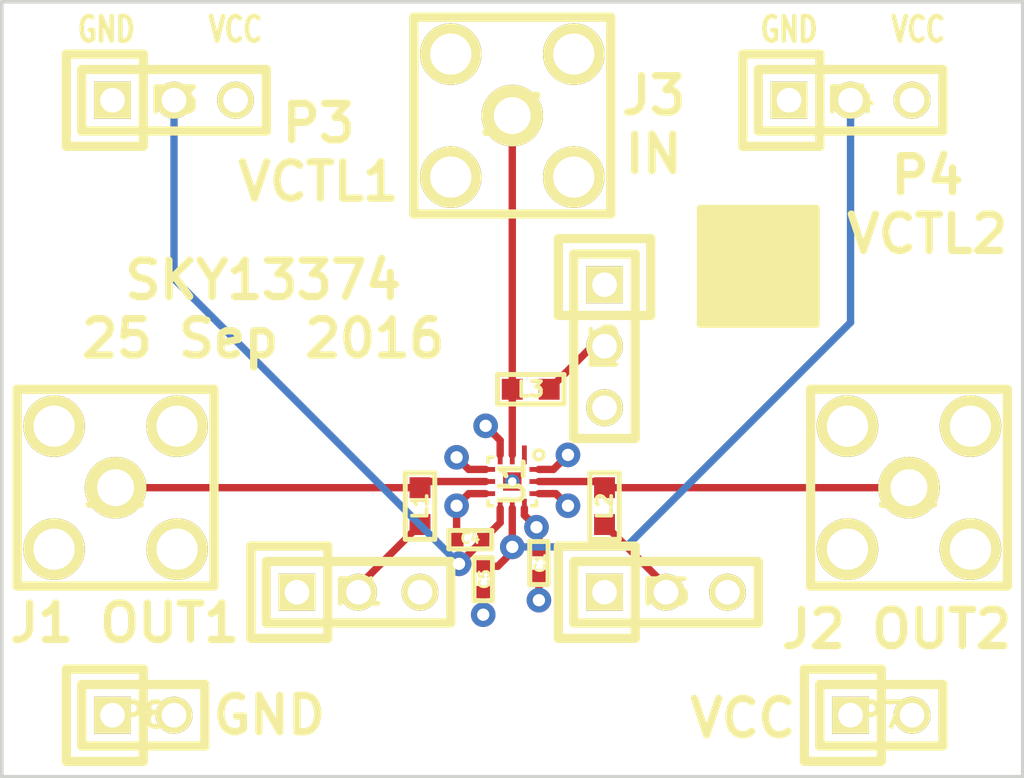
<source format=kicad_pcb>
(kicad_pcb (version 4) (host pcbnew "(2015-08-18 BZR 6102)-product")

  (general
    (links 49)
    (no_connects 0)
    (area 131.242999 81.712999 173.557001 113.867001)
    (thickness 1.6)
    (drawings 16)
    (tracks 55)
    (zones 0)
    (modules 17)
    (nets 11)
  )

  (page A4)
  (layers
    (0 C1F.Cu signal)
    (1 C2.Cu signal hide)
    (2 C3.Cu signal hide)
    (31 C4B.Cu signal)
    (32 B.Adhes user)
    (33 F.Adhes user)
    (34 B.Paste user)
    (35 F.Paste user)
    (36 B.SilkS user)
    (37 F.SilkS user)
    (38 B.Mask user)
    (39 F.Mask user hide)
    (40 Dwgs.User user)
    (41 Cmts.User user)
    (42 Eco1.User user)
    (43 Eco2.User user)
    (44 Edge.Cuts user)
    (45 Margin user)
    (46 B.CrtYd user)
    (47 F.CrtYd user)
    (48 B.Fab user)
    (49 F.Fab user)
  )

  (setup
    (last_trace_width 0.3048)
    (trace_clearance 0.1524)
    (zone_clearance 0.3048)
    (zone_45_only no)
    (trace_min 0.2)
    (segment_width 0.2)
    (edge_width 0.15)
    (via_size 1.016)
    (via_drill 0.508)
    (via_min_size 0.4)
    (via_min_drill 0.3)
    (uvia_size 0.3)
    (uvia_drill 0.1)
    (uvias_allowed no)
    (uvia_min_size 0)
    (uvia_min_drill 0)
    (pcb_text_width 0.3)
    (pcb_text_size 1.5 1.5)
    (mod_edge_width 0.15)
    (mod_text_size 1 1)
    (mod_text_width 0.15)
    (pad_size 1.524 1.524)
    (pad_drill 0.762)
    (pad_to_mask_clearance 0.2)
    (aux_axis_origin 0 0)
    (visible_elements FFFFFF7F)
    (pcbplotparams
      (layerselection 0x010e8_80000007)
      (usegerberextensions true)
      (excludeedgelayer true)
      (linewidth 0.100000)
      (plotframeref false)
      (viasonmask false)
      (mode 1)
      (useauxorigin false)
      (hpglpennumber 1)
      (hpglpenspeed 20)
      (hpglpendiameter 15)
      (hpglpenoverlay 2)
      (psnegative false)
      (psa4output false)
      (plotreference false)
      (plotvalue false)
      (plotinvisibletext false)
      (padsonsilk false)
      (subtractmaskfromsilk false)
      (outputformat 1)
      (mirror false)
      (drillshape 0)
      (scaleselection 1)
      (outputdirectory gerber))
  )

  (net 0 "")
  (net 1 GND)
  (net 2 VCC)
  (net 3 "Net-(C4-Pad1)")
  (net 4 "Net-(C5-Pad2)")
  (net 5 "Net-(L1-Pad1)")
  (net 6 "Net-(L2-Pad1)")
  (net 7 "Net-(L3-Pad1)")
  (net 8 "Net-(J1-Pad1)")
  (net 9 "Net-(J2-Pad1)")
  (net 10 "Net-(J3-Pad1)")

  (net_class Default "This is the default net class."
    (clearance 0.1524)
    (trace_width 0.3048)
    (via_dia 1.016)
    (via_drill 0.508)
    (uvia_dia 0.3)
    (uvia_drill 0.1)
    (add_net GND)
    (add_net "Net-(C4-Pad1)")
    (add_net "Net-(C5-Pad2)")
    (add_net "Net-(J1-Pad1)")
    (add_net "Net-(J2-Pad1)")
    (add_net "Net-(J3-Pad1)")
    (add_net "Net-(L1-Pad1)")
    (add_net "Net-(L2-Pad1)")
    (add_net "Net-(L3-Pad1)")
    (add_net VCC)
  )

  (module gsg-modules:0402 (layer C1F.Cu) (tedit 4FB6CFE4) (tstamp 56DA2902)
    (at 153.5 104.9666 90)
    (path /57E8B2BD)
    (solder_mask_margin 0.1016)
    (fp_text reference C1 (at 0 0.0508 90) (layer F.SilkS)
      (effects (font (size 0.4064 0.4064) (thickness 0.1016)))
    )
    (fp_text value 100nF (at 0 0.0508 90) (layer F.SilkS) hide
      (effects (font (size 0.4064 0.4064) (thickness 0.1016)))
    )
    (fp_line (start 0.889 -0.381) (end 0.889 0.381) (layer F.SilkS) (width 0.2032))
    (fp_line (start 0.889 0.381) (end -0.889 0.381) (layer F.SilkS) (width 0.2032))
    (fp_line (start -0.889 0.381) (end -0.889 -0.381) (layer F.SilkS) (width 0.2032))
    (fp_line (start -0.889 -0.381) (end 0.889 -0.381) (layer F.SilkS) (width 0.2032))
    (pad 2 smd rect (at 0.5334 0 90) (size 0.508 0.5588) (layers C1F.Cu F.Paste F.Mask)
      (net 2 VCC) (solder_mask_margin 0.1016))
    (pad 1 smd rect (at -0.5334 0 90) (size 0.508 0.5588) (layers C1F.Cu F.Paste F.Mask)
      (net 1 GND) (solder_mask_margin 0.1016))
  )

  (module gsg-modules:HEADER-1x3 (layer C1F.Cu) (tedit 4F8A5ED8) (tstamp 56DA2930)
    (at 146.05 106.172)
    (tags CONN)
    (path /56DA2D1A)
    (fp_text reference P1 (at 0 0) (layer F.SilkS)
      (effects (font (size 1.016 1.016) (thickness 0.2032)))
    )
    (fp_text value CONN_01X03 (at 0 0) (layer F.SilkS) hide
      (effects (font (size 1.016 1.016) (thickness 0.2032)))
    )
    (fp_line (start -3.81 -1.27) (end 3.81 -1.27) (layer F.SilkS) (width 0.381))
    (fp_line (start 3.81 -1.27) (end 3.81 1.27) (layer F.SilkS) (width 0.381))
    (fp_line (start 3.81 1.27) (end -3.81 1.27) (layer F.SilkS) (width 0.381))
    (fp_line (start -1.27 1.905) (end -1.27 -1.905) (layer F.SilkS) (width 0.381))
    (fp_line (start -1.27 -1.905) (end -4.445 -1.905) (layer F.SilkS) (width 0.381))
    (fp_line (start -4.445 -1.905) (end -4.445 1.905) (layer F.SilkS) (width 0.381))
    (fp_line (start -3.81 -1.27) (end -3.81 1.27) (layer F.SilkS) (width 0.381))
    (fp_line (start -4.445 1.905) (end -1.27 1.905) (layer F.SilkS) (width 0.381))
    (pad 1 thru_hole rect (at -2.54 0) (size 1.524 1.524) (drill 1.016) (layers *.Cu *.Mask F.SilkS)
      (net 1 GND))
    (pad 2 thru_hole circle (at 0 0) (size 1.524 1.524) (drill 1.016) (layers *.Cu *.Mask F.SilkS)
      (net 5 "Net-(L1-Pad1)"))
    (pad 3 thru_hole circle (at 2.54 0) (size 1.524 1.524) (drill 1.016) (layers *.Cu *.Mask F.SilkS)
      (net 2 VCC))
  )

  (module gsg-modules:HEADER-1x3 (layer C1F.Cu) (tedit 4F8A5ED8) (tstamp 56DA293E)
    (at 138.43 85.852)
    (tags CONN)
    (path /56DA4DA6)
    (fp_text reference P3 (at 0 0) (layer F.SilkS)
      (effects (font (size 1.016 1.016) (thickness 0.2032)))
    )
    (fp_text value CONN_01X03 (at 0 0) (layer F.SilkS) hide
      (effects (font (size 1.016 1.016) (thickness 0.2032)))
    )
    (fp_line (start -3.81 -1.27) (end 3.81 -1.27) (layer F.SilkS) (width 0.381))
    (fp_line (start 3.81 -1.27) (end 3.81 1.27) (layer F.SilkS) (width 0.381))
    (fp_line (start 3.81 1.27) (end -3.81 1.27) (layer F.SilkS) (width 0.381))
    (fp_line (start -1.27 1.905) (end -1.27 -1.905) (layer F.SilkS) (width 0.381))
    (fp_line (start -1.27 -1.905) (end -4.445 -1.905) (layer F.SilkS) (width 0.381))
    (fp_line (start -4.445 -1.905) (end -4.445 1.905) (layer F.SilkS) (width 0.381))
    (fp_line (start -3.81 -1.27) (end -3.81 1.27) (layer F.SilkS) (width 0.381))
    (fp_line (start -4.445 1.905) (end -1.27 1.905) (layer F.SilkS) (width 0.381))
    (pad 1 thru_hole rect (at -2.54 0) (size 1.524 1.524) (drill 1.016) (layers *.Cu *.Mask F.SilkS)
      (net 1 GND))
    (pad 2 thru_hole circle (at 0 0) (size 1.524 1.524) (drill 1.016) (layers *.Cu *.Mask F.SilkS)
      (net 3 "Net-(C4-Pad1)"))
    (pad 3 thru_hole circle (at 2.54 0) (size 1.524 1.524) (drill 1.016) (layers *.Cu *.Mask F.SilkS)
      (net 2 VCC))
  )

  (module gsg-modules:HEADER-1x3 (layer C1F.Cu) (tedit 4F8A5ED8) (tstamp 56DA2945)
    (at 166.37 85.852)
    (tags CONN)
    (path /56DA4C99)
    (fp_text reference P4 (at 0 0) (layer F.SilkS)
      (effects (font (size 1.016 1.016) (thickness 0.2032)))
    )
    (fp_text value CONN_01X03 (at 0 0) (layer F.SilkS) hide
      (effects (font (size 1.016 1.016) (thickness 0.2032)))
    )
    (fp_line (start -3.81 -1.27) (end 3.81 -1.27) (layer F.SilkS) (width 0.381))
    (fp_line (start 3.81 -1.27) (end 3.81 1.27) (layer F.SilkS) (width 0.381))
    (fp_line (start 3.81 1.27) (end -3.81 1.27) (layer F.SilkS) (width 0.381))
    (fp_line (start -1.27 1.905) (end -1.27 -1.905) (layer F.SilkS) (width 0.381))
    (fp_line (start -1.27 -1.905) (end -4.445 -1.905) (layer F.SilkS) (width 0.381))
    (fp_line (start -4.445 -1.905) (end -4.445 1.905) (layer F.SilkS) (width 0.381))
    (fp_line (start -3.81 -1.27) (end -3.81 1.27) (layer F.SilkS) (width 0.381))
    (fp_line (start -4.445 1.905) (end -1.27 1.905) (layer F.SilkS) (width 0.381))
    (pad 1 thru_hole rect (at -2.54 0) (size 1.524 1.524) (drill 1.016) (layers *.Cu *.Mask F.SilkS)
      (net 1 GND))
    (pad 2 thru_hole circle (at 0 0) (size 1.524 1.524) (drill 1.016) (layers *.Cu *.Mask F.SilkS)
      (net 4 "Net-(C5-Pad2)"))
    (pad 3 thru_hole circle (at 2.54 0) (size 1.524 1.524) (drill 1.016) (layers *.Cu *.Mask F.SilkS)
      (net 2 VCC))
  )

  (module gsg-modules:HEADER-1x3 (layer C1F.Cu) (tedit 4F8A5ED8) (tstamp 56DA294C)
    (at 158.75 106.172)
    (tags CONN)
    (path /56DA479F)
    (fp_text reference P5 (at 0 0) (layer F.SilkS)
      (effects (font (size 1.016 1.016) (thickness 0.2032)))
    )
    (fp_text value CONN_01X03 (at 0 0) (layer F.SilkS) hide
      (effects (font (size 1.016 1.016) (thickness 0.2032)))
    )
    (fp_line (start -3.81 -1.27) (end 3.81 -1.27) (layer F.SilkS) (width 0.381))
    (fp_line (start 3.81 -1.27) (end 3.81 1.27) (layer F.SilkS) (width 0.381))
    (fp_line (start 3.81 1.27) (end -3.81 1.27) (layer F.SilkS) (width 0.381))
    (fp_line (start -1.27 1.905) (end -1.27 -1.905) (layer F.SilkS) (width 0.381))
    (fp_line (start -1.27 -1.905) (end -4.445 -1.905) (layer F.SilkS) (width 0.381))
    (fp_line (start -4.445 -1.905) (end -4.445 1.905) (layer F.SilkS) (width 0.381))
    (fp_line (start -3.81 -1.27) (end -3.81 1.27) (layer F.SilkS) (width 0.381))
    (fp_line (start -4.445 1.905) (end -1.27 1.905) (layer F.SilkS) (width 0.381))
    (pad 1 thru_hole rect (at -2.54 0) (size 1.524 1.524) (drill 1.016) (layers *.Cu *.Mask F.SilkS)
      (net 1 GND))
    (pad 2 thru_hole circle (at 0 0) (size 1.524 1.524) (drill 1.016) (layers *.Cu *.Mask F.SilkS)
      (net 6 "Net-(L2-Pad1)"))
    (pad 3 thru_hole circle (at 2.54 0) (size 1.524 1.524) (drill 1.016) (layers *.Cu *.Mask F.SilkS)
      (net 2 VCC))
  )

  (module gsg-modules:HEADER-1x3 (layer C1F.Cu) (tedit 4F8A5ED8) (tstamp 56DA2953)
    (at 156.21 96.012 270)
    (tags CONN)
    (path /56DA3A34)
    (fp_text reference P6 (at 0 0 270) (layer F.SilkS)
      (effects (font (size 1.016 1.016) (thickness 0.2032)))
    )
    (fp_text value CONN_01X03 (at 0 0 270) (layer F.SilkS) hide
      (effects (font (size 1.016 1.016) (thickness 0.2032)))
    )
    (fp_line (start -3.81 -1.27) (end 3.81 -1.27) (layer F.SilkS) (width 0.381))
    (fp_line (start 3.81 -1.27) (end 3.81 1.27) (layer F.SilkS) (width 0.381))
    (fp_line (start 3.81 1.27) (end -3.81 1.27) (layer F.SilkS) (width 0.381))
    (fp_line (start -1.27 1.905) (end -1.27 -1.905) (layer F.SilkS) (width 0.381))
    (fp_line (start -1.27 -1.905) (end -4.445 -1.905) (layer F.SilkS) (width 0.381))
    (fp_line (start -4.445 -1.905) (end -4.445 1.905) (layer F.SilkS) (width 0.381))
    (fp_line (start -3.81 -1.27) (end -3.81 1.27) (layer F.SilkS) (width 0.381))
    (fp_line (start -4.445 1.905) (end -1.27 1.905) (layer F.SilkS) (width 0.381))
    (pad 1 thru_hole rect (at -2.54 0 270) (size 1.524 1.524) (drill 1.016) (layers *.Cu *.Mask F.SilkS)
      (net 1 GND))
    (pad 2 thru_hole circle (at 0 0 270) (size 1.524 1.524) (drill 1.016) (layers *.Cu *.Mask F.SilkS)
      (net 7 "Net-(L3-Pad1)"))
    (pad 3 thru_hole circle (at 2.54 0 270) (size 1.524 1.524) (drill 1.016) (layers *.Cu *.Mask F.SilkS)
      (net 2 VCC))
  )

  (module gsg-modules:HEADER-1x2 (layer C1F.Cu) (tedit 4F8A5E8A) (tstamp 56DA2959)
    (at 167.64 111.252)
    (tags CONN)
    (path /56DA6957)
    (fp_text reference P7 (at 0 0) (layer F.SilkS)
      (effects (font (size 1.016 1.016) (thickness 0.2032)))
    )
    (fp_text value CONN_01X02 (at 0 0) (layer F.SilkS) hide
      (effects (font (size 1.016 1.016) (thickness 0.2032)))
    )
    (fp_line (start -2.54 -1.27) (end 2.54 -1.27) (layer F.SilkS) (width 0.381))
    (fp_line (start 2.54 -1.27) (end 2.54 1.27) (layer F.SilkS) (width 0.381))
    (fp_line (start 2.54 1.27) (end -2.54 1.27) (layer F.SilkS) (width 0.381))
    (fp_line (start 0 1.905) (end 0 -1.905) (layer F.SilkS) (width 0.381))
    (fp_line (start 0 -1.905) (end -3.175 -1.905) (layer F.SilkS) (width 0.381))
    (fp_line (start -3.175 -1.905) (end -3.175 1.905) (layer F.SilkS) (width 0.381))
    (fp_line (start -2.54 -1.27) (end -2.54 1.27) (layer F.SilkS) (width 0.381))
    (fp_line (start -3.175 1.905) (end 0 1.905) (layer F.SilkS) (width 0.381))
    (pad 1 thru_hole rect (at -1.27 0) (size 1.524 1.524) (drill 1.016) (layers *.Cu *.Mask F.SilkS)
      (net 2 VCC))
    (pad 2 thru_hole circle (at 1.27 0) (size 1.524 1.524) (drill 1.016) (layers *.Cu *.Mask F.SilkS)
      (net 2 VCC))
  )

  (module gsg-modules:HEADER-1x2 (layer C1F.Cu) (tedit 4F8A5E8A) (tstamp 56DA295F)
    (at 137.16 111.252)
    (tags CONN)
    (path /56DA6C26)
    (fp_text reference P8 (at 0 0) (layer F.SilkS)
      (effects (font (size 1.016 1.016) (thickness 0.2032)))
    )
    (fp_text value CONN_01X02 (at 0 0) (layer F.SilkS) hide
      (effects (font (size 1.016 1.016) (thickness 0.2032)))
    )
    (fp_line (start -2.54 -1.27) (end 2.54 -1.27) (layer F.SilkS) (width 0.381))
    (fp_line (start 2.54 -1.27) (end 2.54 1.27) (layer F.SilkS) (width 0.381))
    (fp_line (start 2.54 1.27) (end -2.54 1.27) (layer F.SilkS) (width 0.381))
    (fp_line (start 0 1.905) (end 0 -1.905) (layer F.SilkS) (width 0.381))
    (fp_line (start 0 -1.905) (end -3.175 -1.905) (layer F.SilkS) (width 0.381))
    (fp_line (start -3.175 -1.905) (end -3.175 1.905) (layer F.SilkS) (width 0.381))
    (fp_line (start -2.54 -1.27) (end -2.54 1.27) (layer F.SilkS) (width 0.381))
    (fp_line (start -3.175 1.905) (end 0 1.905) (layer F.SilkS) (width 0.381))
    (pad 1 thru_hole rect (at -1.27 0) (size 1.524 1.524) (drill 1.016) (layers *.Cu *.Mask F.SilkS)
      (net 1 GND))
    (pad 2 thru_hole circle (at 1.27 0) (size 1.524 1.524) (drill 1.016) (layers *.Cu *.Mask F.SilkS)
      (net 1 GND))
  )

  (module gsg-modules:SMA-VERTICAL (layer C1F.Cu) (tedit 56DA6AD7) (tstamp 56DA2929)
    (at 152.4 86.487)
    (path /56DA2121)
    (fp_text reference J3 (at 0 0) (layer F.SilkS)
      (effects (font (thickness 0.3048)))
    )
    (fp_text value SMA (at 0 0) (layer F.SilkS) hide
      (effects (font (thickness 0.3048)))
    )
    (fp_line (start -4.064 -4.064) (end -4.064 4.064) (layer F.SilkS) (width 0.381))
    (fp_line (start -4.064 4.064) (end 4.064 4.064) (layer F.SilkS) (width 0.381))
    (fp_line (start 4.064 4.064) (end 4.064 -4.064) (layer F.SilkS) (width 0.381))
    (fp_line (start 4.064 -4.064) (end -4.064 -4.064) (layer F.SilkS) (width 0.381))
    (pad 1 thru_hole circle (at 0 0) (size 2.54 2.54) (drill 1.524) (layers *.Cu *.Mask F.SilkS)
      (net 10 "Net-(J3-Pad1)"))
    (pad 2 thru_hole circle (at -2.54 -2.54) (size 2.54 2.54) (drill 1.7018) (layers *.Cu *.Mask F.SilkS)
      (net 1 GND))
    (pad 2 thru_hole circle (at -2.54 2.54) (size 2.54 2.54) (drill 1.7018) (layers *.Cu *.Mask F.SilkS)
      (net 1 GND))
    (pad 2 thru_hole circle (at 2.54 2.54) (size 2.54 2.54) (drill 1.7018) (layers *.Cu *.Mask F.SilkS)
      (net 1 GND))
    (pad 2 thru_hole circle (at 2.54 -2.54) (size 2.54 2.54) (drill 1.7018) (layers *.Cu *.Mask F.SilkS)
      (net 1 GND))
  )

  (module gsg-modules:SMA-VERTICAL (layer C1F.Cu) (tedit 56DA6AD7) (tstamp 56DA2917)
    (at 136.017 101.854)
    (path /56DA22DC)
    (fp_text reference J1 (at 0 0) (layer F.SilkS)
      (effects (font (thickness 0.3048)))
    )
    (fp_text value SMA (at 0 0) (layer F.SilkS) hide
      (effects (font (thickness 0.3048)))
    )
    (fp_line (start -4.064 -4.064) (end -4.064 4.064) (layer F.SilkS) (width 0.381))
    (fp_line (start -4.064 4.064) (end 4.064 4.064) (layer F.SilkS) (width 0.381))
    (fp_line (start 4.064 4.064) (end 4.064 -4.064) (layer F.SilkS) (width 0.381))
    (fp_line (start 4.064 -4.064) (end -4.064 -4.064) (layer F.SilkS) (width 0.381))
    (pad 1 thru_hole circle (at 0 0) (size 2.54 2.54) (drill 1.524) (layers *.Cu *.Mask F.SilkS)
      (net 8 "Net-(J1-Pad1)"))
    (pad 2 thru_hole circle (at -2.54 -2.54) (size 2.54 2.54) (drill 1.7018) (layers *.Cu *.Mask F.SilkS)
      (net 1 GND))
    (pad 2 thru_hole circle (at -2.54 2.54) (size 2.54 2.54) (drill 1.7018) (layers *.Cu *.Mask F.SilkS)
      (net 1 GND))
    (pad 2 thru_hole circle (at 2.54 2.54) (size 2.54 2.54) (drill 1.7018) (layers *.Cu *.Mask F.SilkS)
      (net 1 GND))
    (pad 2 thru_hole circle (at 2.54 -2.54) (size 2.54 2.54) (drill 1.7018) (layers *.Cu *.Mask F.SilkS)
      (net 1 GND))
  )

  (module gsg-modules:SMA-VERTICAL (layer C1F.Cu) (tedit 56DA6AD7) (tstamp 56DA2920)
    (at 168.783 101.854)
    (path /56DA4793)
    (fp_text reference J2 (at 0 0) (layer F.SilkS)
      (effects (font (thickness 0.3048)))
    )
    (fp_text value SMA (at 0 0) (layer F.SilkS) hide
      (effects (font (thickness 0.3048)))
    )
    (fp_line (start -4.064 -4.064) (end -4.064 4.064) (layer F.SilkS) (width 0.381))
    (fp_line (start -4.064 4.064) (end 4.064 4.064) (layer F.SilkS) (width 0.381))
    (fp_line (start 4.064 4.064) (end 4.064 -4.064) (layer F.SilkS) (width 0.381))
    (fp_line (start 4.064 -4.064) (end -4.064 -4.064) (layer F.SilkS) (width 0.381))
    (pad 1 thru_hole circle (at 0 0) (size 2.54 2.54) (drill 1.524) (layers *.Cu *.Mask F.SilkS)
      (net 9 "Net-(J2-Pad1)"))
    (pad 2 thru_hole circle (at -2.54 -2.54) (size 2.54 2.54) (drill 1.7018) (layers *.Cu *.Mask F.SilkS)
      (net 1 GND))
    (pad 2 thru_hole circle (at -2.54 2.54) (size 2.54 2.54) (drill 1.7018) (layers *.Cu *.Mask F.SilkS)
      (net 1 GND))
    (pad 2 thru_hole circle (at 2.54 2.54) (size 2.54 2.54) (drill 1.7018) (layers *.Cu *.Mask F.SilkS)
      (net 1 GND))
    (pad 2 thru_hole circle (at 2.54 -2.54) (size 2.54 2.54) (drill 1.7018) (layers *.Cu *.Mask F.SilkS)
      (net 1 GND))
  )

  (module gsg-modules:0402 (layer C1F.Cu) (tedit 4FB6CFE4) (tstamp 56DBC251)
    (at 150.6666 104 180)
    (path /56DBBAAD)
    (solder_mask_margin 0.1016)
    (fp_text reference C4 (at 0 0.0508 180) (layer F.SilkS)
      (effects (font (size 0.4064 0.4064) (thickness 0.1016)))
    )
    (fp_text value 33pF (at 0 0.0508 180) (layer F.SilkS) hide
      (effects (font (size 0.4064 0.4064) (thickness 0.1016)))
    )
    (fp_line (start 0.889 -0.381) (end 0.889 0.381) (layer F.SilkS) (width 0.2032))
    (fp_line (start 0.889 0.381) (end -0.889 0.381) (layer F.SilkS) (width 0.2032))
    (fp_line (start -0.889 0.381) (end -0.889 -0.381) (layer F.SilkS) (width 0.2032))
    (fp_line (start -0.889 -0.381) (end 0.889 -0.381) (layer F.SilkS) (width 0.2032))
    (pad 2 smd rect (at 0.5334 0 180) (size 0.508 0.5588) (layers C1F.Cu F.Paste F.Mask)
      (net 1 GND) (solder_mask_margin 0.1016))
    (pad 1 smd rect (at -0.5334 0 180) (size 0.508 0.5588) (layers C1F.Cu F.Paste F.Mask)
      (net 3 "Net-(C4-Pad1)") (solder_mask_margin 0.1016))
  )

  (module gsg-modules:0402 (layer C1F.Cu) (tedit 4FB6CFE4) (tstamp 56DBC25B)
    (at 151.2 105.6334 90)
    (path /56DBDA27)
    (solder_mask_margin 0.1016)
    (fp_text reference C5 (at 0 0.0508 90) (layer F.SilkS)
      (effects (font (size 0.4064 0.4064) (thickness 0.1016)))
    )
    (fp_text value 33pF (at 0 0.0508 90) (layer F.SilkS) hide
      (effects (font (size 0.4064 0.4064) (thickness 0.1016)))
    )
    (fp_line (start 0.889 -0.381) (end 0.889 0.381) (layer F.SilkS) (width 0.2032))
    (fp_line (start 0.889 0.381) (end -0.889 0.381) (layer F.SilkS) (width 0.2032))
    (fp_line (start -0.889 0.381) (end -0.889 -0.381) (layer F.SilkS) (width 0.2032))
    (fp_line (start -0.889 -0.381) (end 0.889 -0.381) (layer F.SilkS) (width 0.2032))
    (pad 2 smd rect (at 0.5334 0 90) (size 0.508 0.5588) (layers C1F.Cu F.Paste F.Mask)
      (net 4 "Net-(C5-Pad2)") (solder_mask_margin 0.1016))
    (pad 1 smd rect (at -0.5334 0 90) (size 0.508 0.5588) (layers C1F.Cu F.Paste F.Mask)
      (net 1 GND) (solder_mask_margin 0.1016))
  )

  (module gsg-modules:0603 (layer C1F.Cu) (tedit 5605D54C) (tstamp 56DBC7F2)
    (at 148.59 102.616 90)
    (path /56DBC2E0)
    (solder_mask_margin 0.1016)
    (fp_text reference L1 (at 0 0 90) (layer F.SilkS)
      (effects (font (size 0.6096 0.6096) (thickness 0.1524)))
    )
    (fp_text value 15uH (at 0 0 90) (layer F.SilkS) hide
      (effects (font (size 0.6096 0.6096) (thickness 0.1524)))
    )
    (fp_line (start 1.3716 -0.6096) (end -1.3716 -0.6096) (layer F.SilkS) (width 0.2032))
    (fp_line (start -1.3716 -0.6096) (end -1.3716 0.6096) (layer F.SilkS) (width 0.2032))
    (fp_line (start -1.3716 0.6096) (end 1.3716 0.6096) (layer F.SilkS) (width 0.2032))
    (fp_line (start 1.3716 0.6096) (end 1.3716 -0.6096) (layer F.SilkS) (width 0.2032))
    (pad 2 smd rect (at 0.762 0 90) (size 0.8636 0.8636) (layers C1F.Cu F.Paste F.Mask)
      (net 8 "Net-(J1-Pad1)") (solder_mask_margin 0.1016) (clearance 0.1778))
    (pad 1 smd rect (at -0.762 0 90) (size 0.8636 0.8636) (layers C1F.Cu F.Paste F.Mask)
      (net 5 "Net-(L1-Pad1)") (solder_mask_margin 0.1016) (clearance 0.1778))
  )

  (module gsg-modules:0603 (layer C1F.Cu) (tedit 5605D54C) (tstamp 56DBC7FC)
    (at 156.21 102.616 90)
    (path /56DBCC8D)
    (solder_mask_margin 0.1016)
    (fp_text reference L2 (at 0 0 90) (layer F.SilkS)
      (effects (font (size 0.6096 0.6096) (thickness 0.1524)))
    )
    (fp_text value 15uH (at 0 0 90) (layer F.SilkS) hide
      (effects (font (size 0.6096 0.6096) (thickness 0.1524)))
    )
    (fp_line (start 1.3716 -0.6096) (end -1.3716 -0.6096) (layer F.SilkS) (width 0.2032))
    (fp_line (start -1.3716 -0.6096) (end -1.3716 0.6096) (layer F.SilkS) (width 0.2032))
    (fp_line (start -1.3716 0.6096) (end 1.3716 0.6096) (layer F.SilkS) (width 0.2032))
    (fp_line (start 1.3716 0.6096) (end 1.3716 -0.6096) (layer F.SilkS) (width 0.2032))
    (pad 2 smd rect (at 0.762 0 90) (size 0.8636 0.8636) (layers C1F.Cu F.Paste F.Mask)
      (net 9 "Net-(J2-Pad1)") (solder_mask_margin 0.1016) (clearance 0.1778))
    (pad 1 smd rect (at -0.762 0 90) (size 0.8636 0.8636) (layers C1F.Cu F.Paste F.Mask)
      (net 6 "Net-(L2-Pad1)") (solder_mask_margin 0.1016) (clearance 0.1778))
  )

  (module gsg-modules:0603 (layer C1F.Cu) (tedit 5605D54C) (tstamp 56DBC806)
    (at 153.162 97.79 180)
    (path /56DBCEE1)
    (solder_mask_margin 0.1016)
    (fp_text reference L3 (at 0 0 180) (layer F.SilkS)
      (effects (font (size 0.6096 0.6096) (thickness 0.1524)))
    )
    (fp_text value 15uH (at 0 0 180) (layer F.SilkS) hide
      (effects (font (size 0.6096 0.6096) (thickness 0.1524)))
    )
    (fp_line (start 1.3716 -0.6096) (end -1.3716 -0.6096) (layer F.SilkS) (width 0.2032))
    (fp_line (start -1.3716 -0.6096) (end -1.3716 0.6096) (layer F.SilkS) (width 0.2032))
    (fp_line (start -1.3716 0.6096) (end 1.3716 0.6096) (layer F.SilkS) (width 0.2032))
    (fp_line (start 1.3716 0.6096) (end 1.3716 -0.6096) (layer F.SilkS) (width 0.2032))
    (pad 2 smd rect (at 0.762 0 180) (size 0.8636 0.8636) (layers C1F.Cu F.Paste F.Mask)
      (net 10 "Net-(J3-Pad1)") (solder_mask_margin 0.1016) (clearance 0.1778))
    (pad 1 smd rect (at -0.762 0 180) (size 0.8636 0.8636) (layers C1F.Cu F.Paste F.Mask)
      (net 7 "Net-(L3-Pad1)") (solder_mask_margin 0.1016) (clearance 0.1778))
  )

  (module gsg-modules:SKY13374-397LF (layer C1F.Cu) (tedit 57E87B22) (tstamp 57E89431)
    (at 152.4 101.6 270)
    (path /57E88B7F)
    (solder_paste_ratio -0.02)
    (fp_text reference U1 (at 0 0 270) (layer F.SilkS)
      (effects (font (size 1 1) (thickness 0.2032)))
    )
    (fp_text value SKY13374 (at 0 0 270) (layer F.SilkS) hide
      (effects (font (size 1 1) (thickness 0.2032)))
    )
    (fp_circle (center -1.1 -1.1) (end -0.9 -1.1) (layer F.SilkS) (width 0.15))
    (fp_line (start -0.8 1) (end -1 1) (layer F.SilkS) (width 0.15))
    (fp_line (start -1 1) (end -1 0.8) (layer F.SilkS) (width 0.15))
    (fp_line (start 1 0.8) (end 1 1) (layer F.SilkS) (width 0.15))
    (fp_line (start 1 1) (end 0.8 1) (layer F.SilkS) (width 0.15))
    (fp_line (start 0.8 -1) (end 1 -1) (layer F.SilkS) (width 0.15))
    (fp_line (start 1 -1) (end 1 -0.8) (layer F.SilkS) (width 0.15))
    (pad 1 smd rect (at -1.1 -0.5 270) (size 0.78 0.2) (layers C1F.Cu F.Paste F.Mask))
    (pad 2 smd rect (at -1.1 0 270) (size 0.78 0.2) (layers C1F.Cu F.Paste F.Mask)
      (net 10 "Net-(J3-Pad1)"))
    (pad 3 smd rect (at -1.1 0.5 270) (size 0.78 0.2) (layers C1F.Cu F.Paste F.Mask)
      (net 1 GND))
    (pad 4 smd rect (at -0.5 1.1 270) (size 0.2 0.78) (layers C1F.Cu F.Paste F.Mask)
      (net 1 GND))
    (pad 5 smd rect (at 0 1.1 270) (size 0.2 0.78) (layers C1F.Cu F.Paste F.Mask)
      (net 8 "Net-(J1-Pad1)"))
    (pad 6 smd rect (at 0.5 1.1 270) (size 0.2 0.78) (layers C1F.Cu F.Paste F.Mask)
      (net 1 GND))
    (pad 7 smd rect (at 1.1 0.5 270) (size 0.78 0.2) (layers C1F.Cu F.Paste F.Mask)
      (net 3 "Net-(C4-Pad1)"))
    (pad 8 smd rect (at 1.1 0 270) (size 0.78 0.2) (layers C1F.Cu F.Paste F.Mask)
      (net 4 "Net-(C5-Pad2)"))
    (pad 9 smd rect (at 1.1 -0.5 270) (size 0.78 0.2) (layers C1F.Cu F.Paste F.Mask)
      (net 2 VCC))
    (pad 0 thru_hole circle (at 0 0 270) (size 0.6 0.6) (drill 0.35) (layers *.Cu B.Mask)
      (net 1 GND))
    (pad 0 smd rect (at 0 0 270) (size 0.76 0.76) (layers C1F.Cu F.Paste F.Mask)
      (net 1 GND))
    (pad 10 smd rect (at 0.5 -1.1 270) (size 0.2 0.78) (layers C1F.Cu F.Paste F.Mask)
      (net 1 GND))
    (pad 11 smd rect (at 0 -1.1 270) (size 0.2 0.78) (layers C1F.Cu F.Paste F.Mask)
      (net 9 "Net-(J2-Pad1)"))
    (pad 12 smd rect (at -0.5 -1.1 270) (size 0.2 0.78) (layers C1F.Cu F.Paste F.Mask)
      (net 1 GND))
  )

  (gr_text GND (at 163.83 82.931) (layer F.SilkS) (tstamp 56DBC8AD)
    (effects (font (size 1.016 0.762) (thickness 0.1905)))
  )
  (gr_text VCC (at 169.164 82.931) (layer F.SilkS) (tstamp 56DBC8AC)
    (effects (font (size 1.016 0.762) (thickness 0.1905)))
  )
  (gr_text VCC (at 140.97 82.931) (layer F.SilkS)
    (effects (font (size 1.016 0.762) (thickness 0.1905)))
  )
  (gr_text GND (at 135.636 82.931) (layer F.SilkS)
    (effects (font (size 1.016 0.762) (thickness 0.1905)))
  )
  (gr_text GND (at 142.367 111.252) (layer F.SilkS)
    (effects (font (size 1.5 1.5) (thickness 0.3)))
  )
  (gr_text VCC (at 161.925 111.379) (layer F.SilkS)
    (effects (font (size 1.5 1.5) (thickness 0.3)))
  )
  (gr_text "J2 OUT2" (at 168.275 107.696) (layer F.SilkS)
    (effects (font (size 1.5 1.5) (thickness 0.3)))
  )
  (gr_text "J1 OUT1" (at 136.398 107.442) (layer F.SilkS)
    (effects (font (size 1.5 1.5) (thickness 0.3)))
  )
  (gr_text "J3\nIN" (at 158.242 86.868) (layer F.SilkS)
    (effects (font (size 1.5 1.5) (thickness 0.3)))
  )
  (gr_text "P4\nVCTL2" (at 169.545 90.17) (layer F.SilkS)
    (effects (font (size 1.5 1.5) (thickness 0.3)))
  )
  (gr_text "P3\nVCTL1" (at 144.399 88.011) (layer F.SilkS)
    (effects (font (size 1.5 1.5) (thickness 0.3)))
  )
  (gr_text "SKY13374\n25 Sep 2016" (at 142.113 94.488) (layer F.SilkS)
    (effects (font (size 1.5 1.5) (thickness 0.3)))
  )
  (gr_line (start 131.318 113.792) (end 131.318 81.788) (angle 90) (layer Edge.Cuts) (width 0.15))
  (gr_line (start 173.482 113.792) (end 131.318 113.792) (angle 90) (layer Edge.Cuts) (width 0.15))
  (gr_line (start 173.482 81.788) (end 173.482 113.792) (angle 90) (layer Edge.Cuts) (width 0.15))
  (gr_line (start 131.318 81.788) (end 173.482 81.788) (angle 90) (layer Edge.Cuts) (width 0.15))

  (segment (start 153.5 105.5) (end 153.5 106.5) (width 0.3048) (layer C1F.Cu) (net 1))
  (via (at 153.5 106.5) (size 1.016) (drill 0.508) (layers C1F.Cu C4B.Cu) (net 1))
  (segment (start 151.2 106.1668) (end 151.2 107.1) (width 0.3048) (layer C1F.Cu) (net 1))
  (via (at 151.2 107.1) (size 1.016) (drill 0.508) (layers C1F.Cu C4B.Cu) (net 1))
  (segment (start 150.1 102.6) (end 150.1 103.9668) (width 0.3048) (layer C1F.Cu) (net 1))
  (segment (start 150.1 103.9668) (end 150.1332 104) (width 0.3048) (layer C1F.Cu) (net 1))
  (segment (start 151.3 101.1) (end 150.6 101.1) (width 0.3048) (layer C1F.Cu) (net 1))
  (segment (start 150.6 101.1) (end 150.1 100.6) (width 0.3048) (layer C1F.Cu) (net 1))
  (via (at 150.1 100.6) (size 1.016) (drill 0.508) (layers C1F.Cu C4B.Cu) (net 1))
  (segment (start 151.9 100.5) (end 151.9 99.9) (width 0.3048) (layer C1F.Cu) (net 1))
  (segment (start 151.9 99.9) (end 151.3 99.3) (width 0.3048) (layer C1F.Cu) (net 1))
  (via (at 151.3 99.3) (size 1.016) (drill 0.508) (layers C1F.Cu C4B.Cu) (net 1))
  (segment (start 151.3 102.1) (end 150.6 102.1) (width 0.3048) (layer C1F.Cu) (net 1))
  (segment (start 150.6 102.1) (end 150.1 102.6) (width 0.3048) (layer C1F.Cu) (net 1))
  (via (at 150.1 102.6) (size 1.016) (drill 0.508) (layers C1F.Cu C4B.Cu) (net 1))
  (segment (start 153.5 101.1) (end 154.1 101.1) (width 0.3048) (layer C1F.Cu) (net 1))
  (segment (start 154.1 101.1) (end 154.7 100.5) (width 0.3048) (layer C1F.Cu) (net 1))
  (via (at 154.7 100.5) (size 1.016) (drill 0.508) (layers C1F.Cu C4B.Cu) (net 1))
  (segment (start 153.5 102.1) (end 154.2 102.1) (width 0.3048) (layer C1F.Cu) (net 1))
  (segment (start 154.2 102.1) (end 154.7 102.6) (width 0.3048) (layer C1F.Cu) (net 1))
  (via (at 154.7 102.6) (size 1.016) (drill 0.508) (layers C1F.Cu C4B.Cu) (net 1))
  (segment (start 153.39718 103.48718) (end 153.4 103.48718) (width 0.3048) (layer C1F.Cu) (net 2))
  (segment (start 152.9 102.99) (end 153.39718 103.48718) (width 0.3048) (layer C1F.Cu) (net 2))
  (segment (start 152.9 102.7) (end 152.9 102.99) (width 0.3048) (layer C1F.Cu) (net 2))
  (segment (start 153.5 103.58718) (end 153.4 103.48718) (width 0.3048) (layer C1F.Cu) (net 2))
  (segment (start 153.5 104.4332) (end 153.5 103.58718) (width 0.3048) (layer C1F.Cu) (net 2))
  (via (at 153.4 103.48718) (size 1.016) (drill 0.508) (layers C1F.Cu C4B.Cu) (net 2))
  (segment (start 150.2 105) (end 138.43 93.23) (width 0.3048) (layer C4B.Cu) (net 3))
  (segment (start 138.43 93.23) (end 138.43 85.852) (width 0.3048) (layer C4B.Cu) (net 3))
  (segment (start 151.2 104) (end 150.2 105) (width 0.3048) (layer C1F.Cu) (net 3))
  (via (at 150.2 105) (size 1.016) (drill 0.508) (layers C1F.Cu C4B.Cu) (net 3))
  (segment (start 151.9 102.7) (end 151.9 103.3) (width 0.3048) (layer C1F.Cu) (net 3))
  (segment (start 151.9 103.3) (end 151.2 104) (width 0.3048) (layer C1F.Cu) (net 3))
  (segment (start 151.2 105.1) (end 151.8 105.1) (width 0.3048) (layer C1F.Cu) (net 4))
  (segment (start 151.8 105.1) (end 152.4 104.5) (width 0.3048) (layer C1F.Cu) (net 4))
  (segment (start 152.4 104.5) (end 152.4 104.3) (width 0.3048) (layer C1F.Cu) (net 4))
  (segment (start 152.4 104.3) (end 157.1 104.3) (width 0.3048) (layer C4B.Cu) (net 4))
  (segment (start 157.1 104.3) (end 166.37 95.03) (width 0.3048) (layer C4B.Cu) (net 4))
  (segment (start 166.37 95.03) (end 166.37 85.852) (width 0.3048) (layer C4B.Cu) (net 4))
  (segment (start 152.4 102.7) (end 152.4 104.3) (width 0.3048) (layer C1F.Cu) (net 4))
  (via (at 152.4 104.3) (size 1.016) (drill 0.508) (layers C1F.Cu C4B.Cu) (net 4))
  (segment (start 146.05 105.918) (end 148.59 103.378) (width 0.3048) (layer C1F.Cu) (net 5) (tstamp 56DA65E4))
  (segment (start 146.05 106.172) (end 146.05 105.918) (width 0.3048) (layer C1F.Cu) (net 5))
  (segment (start 158.75 105.918) (end 156.21 103.378) (width 0.3048) (layer C1F.Cu) (net 6) (tstamp 56DA6640))
  (segment (start 158.75 106.172) (end 158.75 105.918) (width 0.3048) (layer C1F.Cu) (net 6))
  (segment (start 155.702 96.012) (end 153.924 97.79) (width 0.3048) (layer C1F.Cu) (net 7) (tstamp 56DA666C))
  (segment (start 156.21 96.012) (end 155.702 96.012) (width 0.3048) (layer C1F.Cu) (net 7))
  (segment (start 136.017 101.854) (end 148.59 101.854) (width 0.3048) (layer C1F.Cu) (net 8))
  (segment (start 151.3 101.6) (end 148.844 101.6) (width 0.3048) (layer C1F.Cu) (net 8))
  (segment (start 148.844 101.6) (end 148.59 101.854) (width 0.3048) (layer C1F.Cu) (net 8))
  (segment (start 168.783 101.854) (end 156.21 101.854) (width 0.3048) (layer C1F.Cu) (net 9))
  (segment (start 153.5 101.6) (end 155.956 101.6) (width 0.3048) (layer C1F.Cu) (net 9))
  (segment (start 155.956 101.6) (end 156.21 101.854) (width 0.3048) (layer C1F.Cu) (net 9))
  (segment (start 152.4 86.487) (end 152.4 97.79) (width 0.3048) (layer C1F.Cu) (net 10))
  (segment (start 152.4 100.5) (end 152.4 97.79) (width 0.3048) (layer C1F.Cu) (net 10))

  (zone (net 1) (net_name GND) (layer C2.Cu) (tstamp 56DA6998) (hatch edge 0.508)
    (connect_pads (clearance 0.3048))
    (min_thickness 0.254)
    (fill yes (arc_segments 16) (thermal_gap 0.3048) (thermal_bridge_width 0.508))
    (polygon
      (pts
        (xy 131.318 81.788) (xy 173.482 81.788) (xy 173.482 113.792) (xy 131.318 113.792)
      )
    )
    (filled_polygon
      (pts
        (xy 148.945591 82.472359) (xy 148.802716 82.71011) (xy 149.86 83.767395) (xy 150.917284 82.71011) (xy 150.774409 82.472359)
        (xy 150.300834 82.2948) (xy 154.454254 82.2948) (xy 154.025591 82.472359) (xy 153.882716 82.71011) (xy 154.94 83.767395)
        (xy 155.997284 82.71011) (xy 155.854409 82.472359) (xy 155.380834 82.2948) (xy 172.9752 82.2948) (xy 172.9752 98.828254)
        (xy 172.797641 98.399591) (xy 172.55989 98.256716) (xy 171.502605 99.314) (xy 172.55989 100.371284) (xy 172.797641 100.228409)
        (xy 172.9752 99.754834) (xy 172.9752 103.908254) (xy 172.797641 103.479591) (xy 172.55989 103.336716) (xy 171.502605 104.394)
        (xy 172.55989 105.451284) (xy 172.797641 105.308409) (xy 172.9752 104.834834) (xy 172.9752 113.2852) (xy 131.8248 113.2852)
        (xy 131.8248 111.48695) (xy 134.6962 111.48695) (xy 134.6962 112.099891) (xy 134.761938 112.258595) (xy 134.883405 112.380063)
        (xy 135.04211 112.4458) (xy 135.65505 112.4458) (xy 135.763 112.33785) (xy 135.763 111.379) (xy 136.017 111.379)
        (xy 136.017 112.33785) (xy 136.12495 112.4458) (xy 136.73789 112.4458) (xy 136.896595 112.380063) (xy 137.018062 112.258595)
        (xy 137.075058 112.120995) (xy 137.74061 112.120995) (xy 137.821205 112.305999) (xy 138.270895 112.458744) (xy 138.744807 112.427774)
        (xy 139.038795 112.305999) (xy 139.11939 112.120995) (xy 138.43 111.431605) (xy 137.74061 112.120995) (xy 137.075058 112.120995)
        (xy 137.0838 112.099891) (xy 137.0838 111.48695) (xy 136.97585 111.379) (xy 136.017 111.379) (xy 135.763 111.379)
        (xy 134.80415 111.379) (xy 134.6962 111.48695) (xy 131.8248 111.48695) (xy 131.8248 110.404109) (xy 134.6962 110.404109)
        (xy 134.6962 111.01705) (xy 134.80415 111.125) (xy 135.763 111.125) (xy 135.763 110.16615) (xy 136.017 110.16615)
        (xy 136.017 111.125) (xy 136.97585 111.125) (xy 137.007955 111.092895) (xy 137.223256 111.092895) (xy 137.254226 111.566807)
        (xy 137.376001 111.860795) (xy 137.561005 111.94139) (xy 138.250395 111.252) (xy 138.609605 111.252) (xy 139.298995 111.94139)
        (xy 139.483999 111.860795) (xy 139.636744 111.411105) (xy 139.605774 110.937193) (xy 139.483999 110.643205) (xy 139.298995 110.56261)
        (xy 138.609605 111.252) (xy 138.250395 111.252) (xy 137.561005 110.56261) (xy 137.376001 110.643205) (xy 137.223256 111.092895)
        (xy 137.007955 111.092895) (xy 137.0838 111.01705) (xy 137.0838 110.404109) (xy 137.075059 110.383005) (xy 137.74061 110.383005)
        (xy 138.43 111.072395) (xy 139.012395 110.49) (xy 165.167741 110.49) (xy 165.167741 112.014) (xy 165.19785 112.174015)
        (xy 165.292419 112.32098) (xy 165.436715 112.419573) (xy 165.608 112.454259) (xy 167.132 112.454259) (xy 167.292015 112.42415)
        (xy 167.43898 112.329581) (xy 167.537573 112.185285) (xy 167.572259 112.014) (xy 167.572259 111.48842) (xy 167.715993 111.48842)
        (xy 167.897355 111.92735) (xy 168.232884 112.263464) (xy 168.671497 112.445592) (xy 169.14642 112.446007) (xy 169.58535 112.264645)
        (xy 169.921464 111.929116) (xy 170.103592 111.490503) (xy 170.104007 111.01558) (xy 169.922645 110.57665) (xy 169.587116 110.240536)
        (xy 169.148503 110.058408) (xy 168.67358 110.057993) (xy 168.23465 110.239355) (xy 167.898536 110.574884) (xy 167.716408 111.013497)
        (xy 167.715993 111.48842) (xy 167.572259 111.48842) (xy 167.572259 110.49) (xy 167.54215 110.329985) (xy 167.447581 110.18302)
        (xy 167.303285 110.084427) (xy 167.132 110.049741) (xy 165.608 110.049741) (xy 165.447985 110.07985) (xy 165.30102 110.174419)
        (xy 165.202427 110.318715) (xy 165.167741 110.49) (xy 139.012395 110.49) (xy 139.11939 110.383005) (xy 139.038795 110.198001)
        (xy 138.589105 110.045256) (xy 138.115193 110.076226) (xy 137.821205 110.198001) (xy 137.74061 110.383005) (xy 137.075059 110.383005)
        (xy 137.018062 110.245405) (xy 136.896595 110.123937) (xy 136.73789 110.0582) (xy 136.12495 110.0582) (xy 136.017 110.16615)
        (xy 135.763 110.16615) (xy 135.65505 110.0582) (xy 135.04211 110.0582) (xy 134.883405 110.123937) (xy 134.761938 110.245405)
        (xy 134.6962 110.404109) (xy 131.8248 110.404109) (xy 131.8248 106.40695) (xy 142.3162 106.40695) (xy 142.3162 107.019891)
        (xy 142.381938 107.178595) (xy 142.503405 107.300063) (xy 142.66211 107.3658) (xy 143.27505 107.3658) (xy 143.383 107.25785)
        (xy 143.383 106.299) (xy 143.637 106.299) (xy 143.637 107.25785) (xy 143.74495 107.3658) (xy 144.35789 107.3658)
        (xy 144.516595 107.300063) (xy 144.638062 107.178595) (xy 144.7038 107.019891) (xy 144.7038 106.40842) (xy 144.855993 106.40842)
        (xy 145.037355 106.84735) (xy 145.372884 107.183464) (xy 145.811497 107.365592) (xy 146.28642 107.366007) (xy 146.72535 107.184645)
        (xy 147.061464 106.849116) (xy 147.243592 106.410503) (xy 147.243593 106.40842) (xy 147.395993 106.40842) (xy 147.577355 106.84735)
        (xy 147.912884 107.183464) (xy 148.351497 107.365592) (xy 148.82642 107.366007) (xy 149.26535 107.184645) (xy 149.601464 106.849116)
        (xy 149.783592 106.410503) (xy 149.783595 106.40695) (xy 155.0162 106.40695) (xy 155.0162 107.019891) (xy 155.081938 107.178595)
        (xy 155.203405 107.300063) (xy 155.36211 107.3658) (xy 155.97505 107.3658) (xy 156.083 107.25785) (xy 156.083 106.299)
        (xy 156.337 106.299) (xy 156.337 107.25785) (xy 156.44495 107.3658) (xy 157.05789 107.3658) (xy 157.216595 107.300063)
        (xy 157.338062 107.178595) (xy 157.4038 107.019891) (xy 157.4038 106.40842) (xy 157.555993 106.40842) (xy 157.737355 106.84735)
        (xy 158.072884 107.183464) (xy 158.511497 107.365592) (xy 158.98642 107.366007) (xy 159.42535 107.184645) (xy 159.761464 106.849116)
        (xy 159.943592 106.410503) (xy 159.943593 106.40842) (xy 160.095993 106.40842) (xy 160.277355 106.84735) (xy 160.612884 107.183464)
        (xy 161.051497 107.365592) (xy 161.52642 107.366007) (xy 161.96535 107.184645) (xy 162.301464 106.849116) (xy 162.483592 106.410503)
        (xy 162.484007 105.93558) (xy 162.358112 105.63089) (xy 165.185716 105.63089) (xy 165.328591 105.868641) (xy 165.962517 106.106321)
        (xy 166.639145 106.083314) (xy 167.157409 105.868641) (xy 167.300284 105.63089) (xy 170.265716 105.63089) (xy 170.408591 105.868641)
        (xy 171.042517 106.106321) (xy 171.719145 106.083314) (xy 172.237409 105.868641) (xy 172.380284 105.63089) (xy 171.323 104.573605)
        (xy 170.265716 105.63089) (xy 167.300284 105.63089) (xy 166.243 104.573605) (xy 165.185716 105.63089) (xy 162.358112 105.63089)
        (xy 162.302645 105.49665) (xy 161.967116 105.160536) (xy 161.528503 104.978408) (xy 161.05358 104.977993) (xy 160.61465 105.159355)
        (xy 160.278536 105.494884) (xy 160.096408 105.933497) (xy 160.095993 106.40842) (xy 159.943593 106.40842) (xy 159.944007 105.93558)
        (xy 159.762645 105.49665) (xy 159.427116 105.160536) (xy 158.988503 104.978408) (xy 158.51358 104.977993) (xy 158.07465 105.159355)
        (xy 157.738536 105.494884) (xy 157.556408 105.933497) (xy 157.555993 106.40842) (xy 157.4038 106.40842) (xy 157.4038 106.40695)
        (xy 157.29585 106.299) (xy 156.337 106.299) (xy 156.083 106.299) (xy 155.12415 106.299) (xy 155.0162 106.40695)
        (xy 149.783595 106.40695) (xy 149.784007 105.93558) (xy 149.738762 105.826077) (xy 150.012242 105.939637) (xy 150.386118 105.939963)
        (xy 150.731659 105.797188) (xy 150.996259 105.533049) (xy 151.083018 105.324109) (xy 155.0162 105.324109) (xy 155.0162 105.93705)
        (xy 155.12415 106.045) (xy 156.083 106.045) (xy 156.083 105.08615) (xy 156.337 105.08615) (xy 156.337 106.045)
        (xy 157.29585 106.045) (xy 157.4038 105.93705) (xy 157.4038 105.324109) (xy 157.338062 105.165405) (xy 157.216595 105.043937)
        (xy 157.05789 104.9782) (xy 156.44495 104.9782) (xy 156.337 105.08615) (xy 156.083 105.08615) (xy 155.97505 104.9782)
        (xy 155.36211 104.9782) (xy 155.203405 105.043937) (xy 155.081938 105.165405) (xy 155.0162 105.324109) (xy 151.083018 105.324109)
        (xy 151.139637 105.187758) (xy 151.139963 104.813882) (xy 151.004534 104.486118) (xy 151.460037 104.486118) (xy 151.602812 104.831659)
        (xy 151.866951 105.096259) (xy 152.212242 105.239637) (xy 152.586118 105.239963) (xy 152.931659 105.097188) (xy 153.196259 104.833049)
        (xy 153.339637 104.487758) (xy 153.33969 104.426928) (xy 153.586118 104.427143) (xy 153.931659 104.284368) (xy 154.102808 104.113517)
        (xy 164.530679 104.113517) (xy 164.553686 104.790145) (xy 164.768359 105.308409) (xy 165.00611 105.451284) (xy 166.063395 104.394)
        (xy 166.422605 104.394) (xy 167.47989 105.451284) (xy 167.717641 105.308409) (xy 167.955321 104.674483) (xy 167.936247 104.113517)
        (xy 169.610679 104.113517) (xy 169.633686 104.790145) (xy 169.848359 105.308409) (xy 170.08611 105.451284) (xy 171.143395 104.394)
        (xy 170.08611 103.336716) (xy 169.848359 103.479591) (xy 169.610679 104.113517) (xy 167.936247 104.113517) (xy 167.932314 103.997855)
        (xy 167.717641 103.479591) (xy 167.47989 103.336716) (xy 166.422605 104.394) (xy 166.063395 104.394) (xy 165.00611 103.336716)
        (xy 164.768359 103.479591) (xy 164.530679 104.113517) (xy 154.102808 104.113517) (xy 154.196259 104.020229) (xy 154.339637 103.674938)
        (xy 154.339963 103.301062) (xy 154.280484 103.15711) (xy 165.185716 103.15711) (xy 166.243 104.214395) (xy 167.300284 103.15711)
        (xy 167.157409 102.919359) (xy 166.523483 102.681679) (xy 165.846855 102.704686) (xy 165.328591 102.919359) (xy 165.185716 103.15711)
        (xy 154.280484 103.15711) (xy 154.197188 102.955521) (xy 153.933049 102.690921) (xy 153.587758 102.547543) (xy 153.213882 102.547217)
        (xy 152.868341 102.689992) (xy 152.603741 102.954131) (xy 152.460363 103.299422) (xy 152.46031 103.360252) (xy 152.213882 103.360037)
        (xy 151.868341 103.502812) (xy 151.603741 103.766951) (xy 151.460363 104.112242) (xy 151.460037 104.486118) (xy 151.004534 104.486118)
        (xy 150.997188 104.468341) (xy 150.733049 104.203741) (xy 150.387758 104.060363) (xy 150.013882 104.060037) (xy 149.668341 104.202812)
        (xy 149.403741 104.466951) (xy 149.260363 104.812242) (xy 149.260062 105.157607) (xy 148.828503 104.978408) (xy 148.35358 104.977993)
        (xy 147.91465 105.159355) (xy 147.578536 105.494884) (xy 147.396408 105.933497) (xy 147.395993 106.40842) (xy 147.243593 106.40842)
        (xy 147.244007 105.93558) (xy 147.062645 105.49665) (xy 146.727116 105.160536) (xy 146.288503 104.978408) (xy 145.81358 104.977993)
        (xy 145.37465 105.159355) (xy 145.038536 105.494884) (xy 144.856408 105.933497) (xy 144.855993 106.40842) (xy 144.7038 106.40842)
        (xy 144.7038 106.40695) (xy 144.59585 106.299) (xy 143.637 106.299) (xy 143.383 106.299) (xy 142.42415 106.299)
        (xy 142.3162 106.40695) (xy 131.8248 106.40695) (xy 131.8248 105.63089) (xy 132.419716 105.63089) (xy 132.562591 105.868641)
        (xy 133.196517 106.106321) (xy 133.873145 106.083314) (xy 134.391409 105.868641) (xy 134.534284 105.63089) (xy 137.499716 105.63089)
        (xy 137.642591 105.868641) (xy 138.276517 106.106321) (xy 138.953145 106.083314) (xy 139.471409 105.868641) (xy 139.614284 105.63089)
        (xy 138.557 104.573605) (xy 137.499716 105.63089) (xy 134.534284 105.63089) (xy 133.477 104.573605) (xy 132.419716 105.63089)
        (xy 131.8248 105.63089) (xy 131.8248 104.879746) (xy 132.002359 105.308409) (xy 132.24011 105.451284) (xy 133.297395 104.394)
        (xy 133.656605 104.394) (xy 134.71389 105.451284) (xy 134.951641 105.308409) (xy 135.189321 104.674483) (xy 135.170247 104.113517)
        (xy 136.844679 104.113517) (xy 136.867686 104.790145) (xy 137.082359 105.308409) (xy 137.32011 105.451284) (xy 138.377395 104.394)
        (xy 138.736605 104.394) (xy 139.79389 105.451284) (xy 140.005515 105.324109) (xy 142.3162 105.324109) (xy 142.3162 105.93705)
        (xy 142.42415 106.045) (xy 143.383 106.045) (xy 143.383 105.08615) (xy 143.637 105.08615) (xy 143.637 106.045)
        (xy 144.59585 106.045) (xy 144.7038 105.93705) (xy 144.7038 105.324109) (xy 144.638062 105.165405) (xy 144.516595 105.043937)
        (xy 144.35789 104.9782) (xy 143.74495 104.9782) (xy 143.637 105.08615) (xy 143.383 105.08615) (xy 143.27505 104.9782)
        (xy 142.66211 104.9782) (xy 142.503405 105.043937) (xy 142.381938 105.165405) (xy 142.3162 105.324109) (xy 140.005515 105.324109)
        (xy 140.031641 105.308409) (xy 140.269321 104.674483) (xy 140.246314 103.997855) (xy 140.031641 103.479591) (xy 139.79389 103.336716)
        (xy 138.736605 104.394) (xy 138.377395 104.394) (xy 137.32011 103.336716) (xy 137.082359 103.479591) (xy 136.844679 104.113517)
        (xy 135.170247 104.113517) (xy 135.166314 103.997855) (xy 134.951641 103.479591) (xy 134.71389 103.336716) (xy 133.656605 104.394)
        (xy 133.297395 104.394) (xy 132.24011 103.336716) (xy 132.002359 103.479591) (xy 131.8248 103.953166) (xy 131.8248 103.15711)
        (xy 132.419716 103.15711) (xy 133.477 104.214395) (xy 134.534284 103.15711) (xy 134.391409 102.919359) (xy 133.757483 102.681679)
        (xy 133.080855 102.704686) (xy 132.562591 102.919359) (xy 132.419716 103.15711) (xy 131.8248 103.15711) (xy 131.8248 102.191024)
        (xy 134.314905 102.191024) (xy 134.573443 102.816733) (xy 135.051749 103.295874) (xy 135.677006 103.555504) (xy 136.354024 103.556095)
        (xy 136.979733 103.297557) (xy 137.120425 103.15711) (xy 137.499716 103.15711) (xy 138.557 104.214395) (xy 139.614284 103.15711)
        (xy 139.471409 102.919359) (xy 138.837483 102.681679) (xy 138.160855 102.704686) (xy 137.642591 102.919359) (xy 137.499716 103.15711)
        (xy 137.120425 103.15711) (xy 137.458874 102.819251) (xy 137.718504 102.193994) (xy 137.718558 102.132043) (xy 152.047562 102.132043)
        (xy 152.070577 102.269478) (xy 152.35185 102.344582) (xy 152.640454 102.30633) (xy 152.729423 102.269478) (xy 152.74256 102.191024)
        (xy 167.080905 102.191024) (xy 167.339443 102.816733) (xy 167.817749 103.295874) (xy 168.443006 103.555504) (xy 169.120024 103.556095)
        (xy 169.745733 103.297557) (xy 169.886425 103.15711) (xy 170.265716 103.15711) (xy 171.323 104.214395) (xy 172.380284 103.15711)
        (xy 172.237409 102.919359) (xy 171.603483 102.681679) (xy 170.926855 102.704686) (xy 170.408591 102.919359) (xy 170.265716 103.15711)
        (xy 169.886425 103.15711) (xy 170.224874 102.819251) (xy 170.484504 102.193994) (xy 170.485095 101.516976) (xy 170.226557 100.891267)
        (xy 169.886774 100.55089) (xy 170.265716 100.55089) (xy 170.408591 100.788641) (xy 171.042517 101.026321) (xy 171.719145 101.003314)
        (xy 172.237409 100.788641) (xy 172.380284 100.55089) (xy 171.323 99.493605) (xy 170.265716 100.55089) (xy 169.886774 100.55089)
        (xy 169.748251 100.412126) (xy 169.122994 100.152496) (xy 168.445976 100.151905) (xy 167.820267 100.410443) (xy 167.341126 100.888749)
        (xy 167.081496 101.514006) (xy 167.080905 102.191024) (xy 152.74256 102.191024) (xy 152.752438 102.132043) (xy 152.4 101.779605)
        (xy 152.047562 102.132043) (xy 137.718558 102.132043) (xy 137.719064 101.55185) (xy 151.655418 101.55185) (xy 151.69367 101.840454)
        (xy 151.730522 101.929423) (xy 151.867957 101.952438) (xy 152.220395 101.6) (xy 152.579605 101.6) (xy 152.932043 101.952438)
        (xy 153.069478 101.929423) (xy 153.144582 101.64815) (xy 153.10633 101.359546) (xy 153.069478 101.270577) (xy 152.932043 101.247562)
        (xy 152.579605 101.6) (xy 152.220395 101.6) (xy 151.867957 101.247562) (xy 151.730522 101.270577) (xy 151.655418 101.55185)
        (xy 137.719064 101.55185) (xy 137.719095 101.516976) (xy 137.533564 101.067957) (xy 152.047562 101.067957) (xy 152.4 101.420395)
        (xy 152.752438 101.067957) (xy 152.729423 100.930522) (xy 152.44815 100.855418) (xy 152.159546 100.89367) (xy 152.070577 100.930522)
        (xy 152.047562 101.067957) (xy 137.533564 101.067957) (xy 137.460557 100.891267) (xy 137.120774 100.55089) (xy 137.499716 100.55089)
        (xy 137.642591 100.788641) (xy 138.276517 101.026321) (xy 138.953145 101.003314) (xy 139.471409 100.788641) (xy 139.614284 100.55089)
        (xy 165.185716 100.55089) (xy 165.328591 100.788641) (xy 165.962517 101.026321) (xy 166.639145 101.003314) (xy 167.157409 100.788641)
        (xy 167.300284 100.55089) (xy 166.243 99.493605) (xy 165.185716 100.55089) (xy 139.614284 100.55089) (xy 138.557 99.493605)
        (xy 137.499716 100.55089) (xy 137.120774 100.55089) (xy 136.982251 100.412126) (xy 136.356994 100.152496) (xy 135.679976 100.151905)
        (xy 135.054267 100.410443) (xy 134.575126 100.888749) (xy 134.315496 101.514006) (xy 134.314905 102.191024) (xy 131.8248 102.191024)
        (xy 131.8248 100.55089) (xy 132.419716 100.55089) (xy 132.562591 100.788641) (xy 133.196517 101.026321) (xy 133.873145 101.003314)
        (xy 134.391409 100.788641) (xy 134.534284 100.55089) (xy 133.477 99.493605) (xy 132.419716 100.55089) (xy 131.8248 100.55089)
        (xy 131.8248 99.799746) (xy 132.002359 100.228409) (xy 132.24011 100.371284) (xy 133.297395 99.314) (xy 133.656605 99.314)
        (xy 134.71389 100.371284) (xy 134.951641 100.228409) (xy 135.189321 99.594483) (xy 135.170247 99.033517) (xy 136.844679 99.033517)
        (xy 136.867686 99.710145) (xy 137.082359 100.228409) (xy 137.32011 100.371284) (xy 138.377395 99.314) (xy 138.736605 99.314)
        (xy 139.79389 100.371284) (xy 140.031641 100.228409) (xy 140.269321 99.594483) (xy 140.246314 98.917855) (xy 140.192701 98.78842)
        (xy 155.015993 98.78842) (xy 155.197355 99.22735) (xy 155.532884 99.563464) (xy 155.971497 99.745592) (xy 156.44642 99.746007)
        (xy 156.88535 99.564645) (xy 157.221464 99.229116) (xy 157.302683 99.033517) (xy 164.530679 99.033517) (xy 164.553686 99.710145)
        (xy 164.768359 100.228409) (xy 165.00611 100.371284) (xy 166.063395 99.314) (xy 166.422605 99.314) (xy 167.47989 100.371284)
        (xy 167.717641 100.228409) (xy 167.955321 99.594483) (xy 167.936247 99.033517) (xy 169.610679 99.033517) (xy 169.633686 99.710145)
        (xy 169.848359 100.228409) (xy 170.08611 100.371284) (xy 171.143395 99.314) (xy 170.08611 98.256716) (xy 169.848359 98.399591)
        (xy 169.610679 99.033517) (xy 167.936247 99.033517) (xy 167.932314 98.917855) (xy 167.717641 98.399591) (xy 167.47989 98.256716)
        (xy 166.422605 99.314) (xy 166.063395 99.314) (xy 165.00611 98.256716) (xy 164.768359 98.399591) (xy 164.530679 99.033517)
        (xy 157.302683 99.033517) (xy 157.403592 98.790503) (xy 157.404007 98.31558) (xy 157.305474 98.07711) (xy 165.185716 98.07711)
        (xy 166.243 99.134395) (xy 167.300284 98.07711) (xy 170.265716 98.07711) (xy 171.323 99.134395) (xy 172.380284 98.07711)
        (xy 172.237409 97.839359) (xy 171.603483 97.601679) (xy 170.926855 97.624686) (xy 170.408591 97.839359) (xy 170.265716 98.07711)
        (xy 167.300284 98.07711) (xy 167.157409 97.839359) (xy 166.523483 97.601679) (xy 165.846855 97.624686) (xy 165.328591 97.839359)
        (xy 165.185716 98.07711) (xy 157.305474 98.07711) (xy 157.222645 97.87665) (xy 156.887116 97.540536) (xy 156.448503 97.358408)
        (xy 155.97358 97.357993) (xy 155.53465 97.539355) (xy 155.198536 97.874884) (xy 155.016408 98.313497) (xy 155.015993 98.78842)
        (xy 140.192701 98.78842) (xy 140.031641 98.399591) (xy 139.79389 98.256716) (xy 138.736605 99.314) (xy 138.377395 99.314)
        (xy 137.32011 98.256716) (xy 137.082359 98.399591) (xy 136.844679 99.033517) (xy 135.170247 99.033517) (xy 135.166314 98.917855)
        (xy 134.951641 98.399591) (xy 134.71389 98.256716) (xy 133.656605 99.314) (xy 133.297395 99.314) (xy 132.24011 98.256716)
        (xy 132.002359 98.399591) (xy 131.8248 98.873166) (xy 131.8248 98.07711) (xy 132.419716 98.07711) (xy 133.477 99.134395)
        (xy 134.534284 98.07711) (xy 137.499716 98.07711) (xy 138.557 99.134395) (xy 139.614284 98.07711) (xy 139.471409 97.839359)
        (xy 138.837483 97.601679) (xy 138.160855 97.624686) (xy 137.642591 97.839359) (xy 137.499716 98.07711) (xy 134.534284 98.07711)
        (xy 134.391409 97.839359) (xy 133.757483 97.601679) (xy 133.080855 97.624686) (xy 132.562591 97.839359) (xy 132.419716 98.07711)
        (xy 131.8248 98.07711) (xy 131.8248 96.24842) (xy 155.015993 96.24842) (xy 155.197355 96.68735) (xy 155.532884 97.023464)
        (xy 155.971497 97.205592) (xy 156.44642 97.206007) (xy 156.88535 97.024645) (xy 157.221464 96.689116) (xy 157.403592 96.250503)
        (xy 157.404007 95.77558) (xy 157.222645 95.33665) (xy 156.887116 95.000536) (xy 156.448503 94.818408) (xy 155.97358 94.817993)
        (xy 155.53465 94.999355) (xy 155.198536 95.334884) (xy 155.016408 95.773497) (xy 155.015993 96.24842) (xy 131.8248 96.24842)
        (xy 131.8248 93.70695) (xy 155.0162 93.70695) (xy 155.0162 94.31989) (xy 155.081937 94.478595) (xy 155.203405 94.600062)
        (xy 155.362109 94.6658) (xy 155.97505 94.6658) (xy 156.083 94.55785) (xy 156.083 93.599) (xy 156.337 93.599)
        (xy 156.337 94.55785) (xy 156.44495 94.6658) (xy 157.057891 94.6658) (xy 157.216595 94.600062) (xy 157.338063 94.478595)
        (xy 157.4038 94.31989) (xy 157.4038 93.70695) (xy 157.29585 93.599) (xy 156.337 93.599) (xy 156.083 93.599)
        (xy 155.12415 93.599) (xy 155.0162 93.70695) (xy 131.8248 93.70695) (xy 131.8248 92.62411) (xy 155.0162 92.62411)
        (xy 155.0162 93.23705) (xy 155.12415 93.345) (xy 156.083 93.345) (xy 156.083 92.38615) (xy 156.337 92.38615)
        (xy 156.337 93.345) (xy 157.29585 93.345) (xy 157.4038 93.23705) (xy 157.4038 92.62411) (xy 157.338063 92.465405)
        (xy 157.216595 92.343938) (xy 157.057891 92.2782) (xy 156.44495 92.2782) (xy 156.337 92.38615) (xy 156.083 92.38615)
        (xy 155.97505 92.2782) (xy 155.362109 92.2782) (xy 155.203405 92.343938) (xy 155.081937 92.465405) (xy 155.0162 92.62411)
        (xy 131.8248 92.62411) (xy 131.8248 90.26389) (xy 148.802716 90.26389) (xy 148.945591 90.501641) (xy 149.579517 90.739321)
        (xy 150.256145 90.716314) (xy 150.774409 90.501641) (xy 150.917284 90.26389) (xy 153.882716 90.26389) (xy 154.025591 90.501641)
        (xy 154.659517 90.739321) (xy 155.336145 90.716314) (xy 155.854409 90.501641) (xy 155.997284 90.26389) (xy 154.94 89.206605)
        (xy 153.882716 90.26389) (xy 150.917284 90.26389) (xy 149.86 89.206605) (xy 148.802716 90.26389) (xy 131.8248 90.26389)
        (xy 131.8248 88.746517) (xy 148.147679 88.746517) (xy 148.170686 89.423145) (xy 148.385359 89.941409) (xy 148.62311 90.084284)
        (xy 149.680395 89.027) (xy 150.039605 89.027) (xy 151.09689 90.084284) (xy 151.334641 89.941409) (xy 151.572321 89.307483)
        (xy 151.553247 88.746517) (xy 153.227679 88.746517) (xy 153.250686 89.423145) (xy 153.465359 89.941409) (xy 153.70311 90.084284)
        (xy 154.760395 89.027) (xy 155.119605 89.027) (xy 156.17689 90.084284) (xy 156.414641 89.941409) (xy 156.652321 89.307483)
        (xy 156.629314 88.630855) (xy 156.414641 88.112591) (xy 156.17689 87.969716) (xy 155.119605 89.027) (xy 154.760395 89.027)
        (xy 153.70311 87.969716) (xy 153.465359 88.112591) (xy 153.227679 88.746517) (xy 151.553247 88.746517) (xy 151.549314 88.630855)
        (xy 151.334641 88.112591) (xy 151.09689 87.969716) (xy 150.039605 89.027) (xy 149.680395 89.027) (xy 148.62311 87.969716)
        (xy 148.385359 88.112591) (xy 148.147679 88.746517) (xy 131.8248 88.746517) (xy 131.8248 87.79011) (xy 148.802716 87.79011)
        (xy 149.86 88.847395) (xy 150.917284 87.79011) (xy 150.774409 87.552359) (xy 150.140483 87.314679) (xy 149.463855 87.337686)
        (xy 148.945591 87.552359) (xy 148.802716 87.79011) (xy 131.8248 87.79011) (xy 131.8248 86.08695) (xy 134.6962 86.08695)
        (xy 134.6962 86.699891) (xy 134.761938 86.858595) (xy 134.883405 86.980063) (xy 135.04211 87.0458) (xy 135.65505 87.0458)
        (xy 135.763 86.93785) (xy 135.763 85.979) (xy 136.017 85.979) (xy 136.017 86.93785) (xy 136.12495 87.0458)
        (xy 136.73789 87.0458) (xy 136.896595 86.980063) (xy 137.018062 86.858595) (xy 137.0838 86.699891) (xy 137.0838 86.08842)
        (xy 137.235993 86.08842) (xy 137.417355 86.52735) (xy 137.752884 86.863464) (xy 138.191497 87.045592) (xy 138.66642 87.046007)
        (xy 139.10535 86.864645) (xy 139.441464 86.529116) (xy 139.623592 86.090503) (xy 139.623593 86.08842) (xy 139.775993 86.08842)
        (xy 139.957355 86.52735) (xy 140.292884 86.863464) (xy 140.731497 87.045592) (xy 141.20642 87.046007) (xy 141.64535 86.864645)
        (xy 141.686041 86.824024) (xy 150.697905 86.824024) (xy 150.956443 87.449733) (xy 151.434749 87.928874) (xy 152.060006 88.188504)
        (xy 152.737024 88.189095) (xy 153.362733 87.930557) (xy 153.503425 87.79011) (xy 153.882716 87.79011) (xy 154.94 88.847395)
        (xy 155.997284 87.79011) (xy 155.854409 87.552359) (xy 155.220483 87.314679) (xy 154.543855 87.337686) (xy 154.025591 87.552359)
        (xy 153.882716 87.79011) (xy 153.503425 87.79011) (xy 153.841874 87.452251) (xy 154.101504 86.826994) (xy 154.102095 86.149976)
        (xy 154.076054 86.08695) (xy 162.6362 86.08695) (xy 162.6362 86.699891) (xy 162.701938 86.858595) (xy 162.823405 86.980063)
        (xy 162.98211 87.0458) (xy 163.59505 87.0458) (xy 163.703 86.93785) (xy 163.703 85.979) (xy 163.957 85.979)
        (xy 163.957 86.93785) (xy 164.06495 87.0458) (xy 164.67789 87.0458) (xy 164.836595 86.980063) (xy 164.958062 86.858595)
        (xy 165.0238 86.699891) (xy 165.0238 86.08842) (xy 165.175993 86.08842) (xy 165.357355 86.52735) (xy 165.692884 86.863464)
        (xy 166.131497 87.045592) (xy 166.60642 87.046007) (xy 167.04535 86.864645) (xy 167.381464 86.529116) (xy 167.563592 86.090503)
        (xy 167.563593 86.08842) (xy 167.715993 86.08842) (xy 167.897355 86.52735) (xy 168.232884 86.863464) (xy 168.671497 87.045592)
        (xy 169.14642 87.046007) (xy 169.58535 86.864645) (xy 169.921464 86.529116) (xy 170.103592 86.090503) (xy 170.104007 85.61558)
        (xy 169.922645 85.17665) (xy 169.587116 84.840536) (xy 169.148503 84.658408) (xy 168.67358 84.657993) (xy 168.23465 84.839355)
        (xy 167.898536 85.174884) (xy 167.716408 85.613497) (xy 167.715993 86.08842) (xy 167.563593 86.08842) (xy 167.564007 85.61558)
        (xy 167.382645 85.17665) (xy 167.047116 84.840536) (xy 166.608503 84.658408) (xy 166.13358 84.657993) (xy 165.69465 84.839355)
        (xy 165.358536 85.174884) (xy 165.176408 85.613497) (xy 165.175993 86.08842) (xy 165.0238 86.08842) (xy 165.0238 86.08695)
        (xy 164.91585 85.979) (xy 163.957 85.979) (xy 163.703 85.979) (xy 162.74415 85.979) (xy 162.6362 86.08695)
        (xy 154.076054 86.08695) (xy 153.843557 85.524267) (xy 153.503774 85.18389) (xy 153.882716 85.18389) (xy 154.025591 85.421641)
        (xy 154.659517 85.659321) (xy 155.336145 85.636314) (xy 155.854409 85.421641) (xy 155.997284 85.18389) (xy 154.94 84.126605)
        (xy 153.882716 85.18389) (xy 153.503774 85.18389) (xy 153.365251 85.045126) (xy 152.739994 84.785496) (xy 152.062976 84.784905)
        (xy 151.437267 85.043443) (xy 150.958126 85.521749) (xy 150.698496 86.147006) (xy 150.697905 86.824024) (xy 141.686041 86.824024)
        (xy 141.981464 86.529116) (xy 142.163592 86.090503) (xy 142.164007 85.61558) (xy 141.985637 85.18389) (xy 148.802716 85.18389)
        (xy 148.945591 85.421641) (xy 149.579517 85.659321) (xy 150.256145 85.636314) (xy 150.774409 85.421641) (xy 150.917284 85.18389)
        (xy 149.86 84.126605) (xy 148.802716 85.18389) (xy 141.985637 85.18389) (xy 141.982645 85.17665) (xy 141.647116 84.840536)
        (xy 141.208503 84.658408) (xy 140.73358 84.657993) (xy 140.29465 84.839355) (xy 139.958536 85.174884) (xy 139.776408 85.613497)
        (xy 139.775993 86.08842) (xy 139.623593 86.08842) (xy 139.624007 85.61558) (xy 139.442645 85.17665) (xy 139.107116 84.840536)
        (xy 138.668503 84.658408) (xy 138.19358 84.657993) (xy 137.75465 84.839355) (xy 137.418536 85.174884) (xy 137.236408 85.613497)
        (xy 137.235993 86.08842) (xy 137.0838 86.08842) (xy 137.0838 86.08695) (xy 136.97585 85.979) (xy 136.017 85.979)
        (xy 135.763 85.979) (xy 134.80415 85.979) (xy 134.6962 86.08695) (xy 131.8248 86.08695) (xy 131.8248 85.004109)
        (xy 134.6962 85.004109) (xy 134.6962 85.61705) (xy 134.80415 85.725) (xy 135.763 85.725) (xy 135.763 84.76615)
        (xy 136.017 84.76615) (xy 136.017 85.725) (xy 136.97585 85.725) (xy 137.0838 85.61705) (xy 137.0838 85.004109)
        (xy 137.018062 84.845405) (xy 136.896595 84.723937) (xy 136.73789 84.6582) (xy 136.12495 84.6582) (xy 136.017 84.76615)
        (xy 135.763 84.76615) (xy 135.65505 84.6582) (xy 135.04211 84.6582) (xy 134.883405 84.723937) (xy 134.761938 84.845405)
        (xy 134.6962 85.004109) (xy 131.8248 85.004109) (xy 131.8248 83.666517) (xy 148.147679 83.666517) (xy 148.170686 84.343145)
        (xy 148.385359 84.861409) (xy 148.62311 85.004284) (xy 149.680395 83.947) (xy 150.039605 83.947) (xy 151.09689 85.004284)
        (xy 151.334641 84.861409) (xy 151.572321 84.227483) (xy 151.553247 83.666517) (xy 153.227679 83.666517) (xy 153.250686 84.343145)
        (xy 153.465359 84.861409) (xy 153.70311 85.004284) (xy 154.760395 83.947) (xy 155.119605 83.947) (xy 156.17689 85.004284)
        (xy 156.177181 85.004109) (xy 162.6362 85.004109) (xy 162.6362 85.61705) (xy 162.74415 85.725) (xy 163.703 85.725)
        (xy 163.703 84.76615) (xy 163.957 84.76615) (xy 163.957 85.725) (xy 164.91585 85.725) (xy 165.0238 85.61705)
        (xy 165.0238 85.004109) (xy 164.958062 84.845405) (xy 164.836595 84.723937) (xy 164.67789 84.6582) (xy 164.06495 84.6582)
        (xy 163.957 84.76615) (xy 163.703 84.76615) (xy 163.59505 84.6582) (xy 162.98211 84.6582) (xy 162.823405 84.723937)
        (xy 162.701938 84.845405) (xy 162.6362 85.004109) (xy 156.177181 85.004109) (xy 156.414641 84.861409) (xy 156.652321 84.227483)
        (xy 156.629314 83.550855) (xy 156.414641 83.032591) (xy 156.17689 82.889716) (xy 155.119605 83.947) (xy 154.760395 83.947)
        (xy 153.70311 82.889716) (xy 153.465359 83.032591) (xy 153.227679 83.666517) (xy 151.553247 83.666517) (xy 151.549314 83.550855)
        (xy 151.334641 83.032591) (xy 151.09689 82.889716) (xy 150.039605 83.947) (xy 149.680395 83.947) (xy 148.62311 82.889716)
        (xy 148.385359 83.032591) (xy 148.147679 83.666517) (xy 131.8248 83.666517) (xy 131.8248 82.2948) (xy 149.374254 82.2948)
      )
    )
  )
  (zone (net 2) (net_name VCC) (layer C3.Cu) (tstamp 56DA69E5) (hatch edge 0.508)
    (connect_pads (clearance 0.3048))
    (min_thickness 0.254)
    (fill yes (arc_segments 16) (thermal_gap 0.3048) (thermal_bridge_width 0.508))
    (polygon
      (pts
        (xy 131.318 81.788) (xy 173.482 81.788) (xy 173.482 113.792) (xy 131.318 113.792)
      )
    )
    (filled_polygon
      (pts
        (xy 148.897267 82.503443) (xy 148.418126 82.981749) (xy 148.158496 83.607006) (xy 148.157905 84.284024) (xy 148.416443 84.909733)
        (xy 148.894749 85.388874) (xy 149.520006 85.648504) (xy 150.197024 85.649095) (xy 150.822733 85.390557) (xy 151.301874 84.912251)
        (xy 151.561504 84.286994) (xy 151.562095 83.609976) (xy 151.303557 82.984267) (xy 150.825251 82.505126) (xy 150.318731 82.2948)
        (xy 154.482221 82.2948) (xy 153.977267 82.503443) (xy 153.498126 82.981749) (xy 153.238496 83.607006) (xy 153.237905 84.284024)
        (xy 153.496443 84.909733) (xy 153.974749 85.388874) (xy 154.600006 85.648504) (xy 155.277024 85.649095) (xy 155.902733 85.390557)
        (xy 156.203814 85.09) (xy 162.627741 85.09) (xy 162.627741 86.614) (xy 162.65785 86.774015) (xy 162.752419 86.92098)
        (xy 162.896715 87.019573) (xy 163.068 87.054259) (xy 164.592 87.054259) (xy 164.752015 87.02415) (xy 164.89898 86.929581)
        (xy 164.997573 86.785285) (xy 165.032259 86.614) (xy 165.032259 86.08842) (xy 165.175993 86.08842) (xy 165.357355 86.52735)
        (xy 165.692884 86.863464) (xy 166.131497 87.045592) (xy 166.60642 87.046007) (xy 167.04535 86.864645) (xy 167.18925 86.720995)
        (xy 168.22061 86.720995) (xy 168.301205 86.905999) (xy 168.750895 87.058744) (xy 169.224807 87.027774) (xy 169.518795 86.905999)
        (xy 169.59939 86.720995) (xy 168.91 86.031605) (xy 168.22061 86.720995) (xy 167.18925 86.720995) (xy 167.381464 86.529116)
        (xy 167.563592 86.090503) (xy 167.563939 85.692895) (xy 167.703256 85.692895) (xy 167.734226 86.166807) (xy 167.856001 86.460795)
        (xy 168.041005 86.54139) (xy 168.730395 85.852) (xy 169.089605 85.852) (xy 169.778995 86.54139) (xy 169.963999 86.460795)
        (xy 170.116744 86.011105) (xy 170.085774 85.537193) (xy 169.963999 85.243205) (xy 169.778995 85.16261) (xy 169.089605 85.852)
        (xy 168.730395 85.852) (xy 168.041005 85.16261) (xy 167.856001 85.243205) (xy 167.703256 85.692895) (xy 167.563939 85.692895)
        (xy 167.564007 85.61558) (xy 167.382645 85.17665) (xy 167.189338 84.983005) (xy 168.22061 84.983005) (xy 168.91 85.672395)
        (xy 169.59939 84.983005) (xy 169.518795 84.798001) (xy 169.069105 84.645256) (xy 168.595193 84.676226) (xy 168.301205 84.798001)
        (xy 168.22061 84.983005) (xy 167.189338 84.983005) (xy 167.047116 84.840536) (xy 166.608503 84.658408) (xy 166.13358 84.657993)
        (xy 165.69465 84.839355) (xy 165.358536 85.174884) (xy 165.176408 85.613497) (xy 165.175993 86.08842) (xy 165.032259 86.08842)
        (xy 165.032259 85.09) (xy 165.00215 84.929985) (xy 164.907581 84.78302) (xy 164.763285 84.684427) (xy 164.592 84.649741)
        (xy 163.068 84.649741) (xy 162.907985 84.67985) (xy 162.76102 84.774419) (xy 162.662427 84.918715) (xy 162.627741 85.09)
        (xy 156.203814 85.09) (xy 156.381874 84.912251) (xy 156.641504 84.286994) (xy 156.642095 83.609976) (xy 156.383557 82.984267)
        (xy 155.905251 82.505126) (xy 155.398731 82.2948) (xy 172.9752 82.2948) (xy 172.9752 98.856221) (xy 172.766557 98.351267)
        (xy 172.288251 97.872126) (xy 171.662994 97.612496) (xy 170.985976 97.611905) (xy 170.360267 97.870443) (xy 169.881126 98.348749)
        (xy 169.621496 98.974006) (xy 169.620905 99.651024) (xy 169.879443 100.276733) (xy 170.357749 100.755874) (xy 170.983006 101.015504)
        (xy 171.660024 101.016095) (xy 172.285733 100.757557) (xy 172.764874 100.279251) (xy 172.9752 99.772731) (xy 172.9752 103.936221)
        (xy 172.766557 103.431267) (xy 172.288251 102.952126) (xy 171.662994 102.692496) (xy 170.985976 102.691905) (xy 170.360267 102.950443)
        (xy 169.881126 103.428749) (xy 169.621496 104.054006) (xy 169.620905 104.731024) (xy 169.879443 105.356733) (xy 170.357749 105.835874)
        (xy 170.983006 106.095504) (xy 171.660024 106.096095) (xy 172.285733 105.837557) (xy 172.764874 105.359251) (xy 172.9752 104.852731)
        (xy 172.9752 113.2852) (xy 131.8248 113.2852) (xy 131.8248 110.49) (xy 134.687741 110.49) (xy 134.687741 112.014)
        (xy 134.71785 112.174015) (xy 134.812419 112.32098) (xy 134.956715 112.419573) (xy 135.128 112.454259) (xy 136.652 112.454259)
        (xy 136.812015 112.42415) (xy 136.95898 112.329581) (xy 137.057573 112.185285) (xy 137.092259 112.014) (xy 137.092259 111.48842)
        (xy 137.235993 111.48842) (xy 137.417355 111.92735) (xy 137.752884 112.263464) (xy 138.191497 112.445592) (xy 138.66642 112.446007)
        (xy 139.10535 112.264645) (xy 139.441464 111.929116) (xy 139.623592 111.490503) (xy 139.623595 111.48695) (xy 165.1762 111.48695)
        (xy 165.1762 112.099891) (xy 165.241938 112.258595) (xy 165.363405 112.380063) (xy 165.52211 112.4458) (xy 166.13505 112.4458)
        (xy 166.243 112.33785) (xy 166.243 111.379) (xy 166.497 111.379) (xy 166.497 112.33785) (xy 166.60495 112.4458)
        (xy 167.21789 112.4458) (xy 167.376595 112.380063) (xy 167.498062 112.258595) (xy 167.555058 112.120995) (xy 168.22061 112.120995)
        (xy 168.301205 112.305999) (xy 168.750895 112.458744) (xy 169.224807 112.427774) (xy 169.518795 112.305999) (xy 169.59939 112.120995)
        (xy 168.91 111.431605) (xy 168.22061 112.120995) (xy 167.555058 112.120995) (xy 167.5638 112.099891) (xy 167.5638 111.48695)
        (xy 167.45585 111.379) (xy 166.497 111.379) (xy 166.243 111.379) (xy 165.28415 111.379) (xy 165.1762 111.48695)
        (xy 139.623595 111.48695) (xy 139.624007 111.01558) (xy 139.442645 110.57665) (xy 139.270405 110.404109) (xy 165.1762 110.404109)
        (xy 165.1762 111.01705) (xy 165.28415 111.125) (xy 166.243 111.125) (xy 166.243 110.16615) (xy 166.497 110.16615)
        (xy 166.497 111.125) (xy 167.45585 111.125) (xy 167.487955 111.092895) (xy 167.703256 111.092895) (xy 167.734226 111.566807)
        (xy 167.856001 111.860795) (xy 168.041005 111.94139) (xy 168.730395 111.252) (xy 169.089605 111.252) (xy 169.778995 111.94139)
        (xy 169.963999 111.860795) (xy 170.116744 111.411105) (xy 170.085774 110.937193) (xy 169.963999 110.643205) (xy 169.778995 110.56261)
        (xy 169.089605 111.252) (xy 168.730395 111.252) (xy 168.041005 110.56261) (xy 167.856001 110.643205) (xy 167.703256 111.092895)
        (xy 167.487955 111.092895) (xy 167.5638 111.01705) (xy 167.5638 110.404109) (xy 167.555059 110.383005) (xy 168.22061 110.383005)
        (xy 168.91 111.072395) (xy 169.59939 110.383005) (xy 169.518795 110.198001) (xy 169.069105 110.045256) (xy 168.595193 110.076226)
        (xy 168.301205 110.198001) (xy 168.22061 110.383005) (xy 167.555059 110.383005) (xy 167.498062 110.245405) (xy 167.376595 110.123937)
        (xy 167.21789 110.0582) (xy 166.60495 110.0582) (xy 166.497 110.16615) (xy 166.243 110.16615) (xy 166.13505 110.0582)
        (xy 165.52211 110.0582) (xy 165.363405 110.123937) (xy 165.241938 110.245405) (xy 165.1762 110.404109) (xy 139.270405 110.404109)
        (xy 139.107116 110.240536) (xy 138.668503 110.058408) (xy 138.19358 110.057993) (xy 137.75465 110.239355) (xy 137.418536 110.574884)
        (xy 137.236408 111.013497) (xy 137.235993 111.48842) (xy 137.092259 111.48842) (xy 137.092259 110.49) (xy 137.06215 110.329985)
        (xy 136.967581 110.18302) (xy 136.823285 110.084427) (xy 136.652 110.049741) (xy 135.128 110.049741) (xy 134.967985 110.07985)
        (xy 134.82102 110.174419) (xy 134.722427 110.318715) (xy 134.687741 110.49) (xy 131.8248 110.49) (xy 131.8248 104.851779)
        (xy 132.033443 105.356733) (xy 132.511749 105.835874) (xy 133.137006 106.095504) (xy 133.814024 106.096095) (xy 134.439733 105.837557)
        (xy 134.918874 105.359251) (xy 135.178504 104.733994) (xy 135.178506 104.731024) (xy 136.854905 104.731024) (xy 137.113443 105.356733)
        (xy 137.591749 105.835874) (xy 138.217006 106.095504) (xy 138.894024 106.096095) (xy 139.519733 105.837557) (xy 139.948036 105.41)
        (xy 142.307741 105.41) (xy 142.307741 106.934) (xy 142.33785 107.094015) (xy 142.432419 107.24098) (xy 142.576715 107.339573)
        (xy 142.748 107.374259) (xy 144.272 107.374259) (xy 144.432015 107.34415) (xy 144.57898 107.249581) (xy 144.677573 107.105285)
        (xy 144.712259 106.934) (xy 144.712259 106.40842) (xy 144.855993 106.40842) (xy 145.037355 106.84735) (xy 145.372884 107.183464)
        (xy 145.811497 107.365592) (xy 146.28642 107.366007) (xy 146.72535 107.184645) (xy 146.86925 107.040995) (xy 147.90061 107.040995)
        (xy 147.981205 107.225999) (xy 148.430895 107.378744) (xy 148.904807 107.347774) (xy 149.053656 107.286118) (xy 150.260037 107.286118)
        (xy 150.402812 107.631659) (xy 150.666951 107.896259) (xy 151.012242 108.039637) (xy 151.386118 108.039963) (xy 151.731659 107.897188)
        (xy 151.996259 107.633049) (xy 152.139637 107.287758) (xy 152.139963 106.913882) (xy 152.045853 106.686118) (xy 152.560037 106.686118)
        (xy 152.702812 107.031659) (xy 152.966951 107.296259) (xy 153.312242 107.439637) (xy 153.686118 107.439963) (xy 154.031659 107.297188)
        (xy 154.296259 107.033049) (xy 154.439637 106.687758) (xy 154.439963 106.313882) (xy 154.297188 105.968341) (xy 154.033049 105.703741)
        (xy 153.687758 105.560363) (xy 153.313882 105.560037) (xy 152.968341 105.702812) (xy 152.703741 105.966951) (xy 152.560363 106.312242)
        (xy 152.560037 106.686118) (xy 152.045853 106.686118) (xy 151.997188 106.568341) (xy 151.733049 106.303741) (xy 151.387758 106.160363)
        (xy 151.013882 106.160037) (xy 150.668341 106.302812) (xy 150.403741 106.566951) (xy 150.260363 106.912242) (xy 150.260037 107.286118)
        (xy 149.053656 107.286118) (xy 149.198795 107.225999) (xy 149.27939 107.040995) (xy 148.59 106.351605) (xy 147.90061 107.040995)
        (xy 146.86925 107.040995) (xy 147.061464 106.849116) (xy 147.243592 106.410503) (xy 147.243939 106.012895) (xy 147.383256 106.012895)
        (xy 147.414226 106.486807) (xy 147.536001 106.780795) (xy 147.721005 106.86139) (xy 148.410395 106.172) (xy 147.721005 105.48261)
        (xy 147.536001 105.563205) (xy 147.383256 106.012895) (xy 147.243939 106.012895) (xy 147.244007 105.93558) (xy 147.062645 105.49665)
        (xy 146.869338 105.303005) (xy 147.90061 105.303005) (xy 148.59 105.992395) (xy 148.604143 105.978253) (xy 148.783748 106.157858)
        (xy 148.769605 106.172) (xy 149.458995 106.86139) (xy 149.643999 106.780795) (xy 149.796744 106.331105) (xy 149.765774 105.857193)
        (xy 149.755819 105.833161) (xy 150.012242 105.939637) (xy 150.386118 105.939963) (xy 150.731659 105.797188) (xy 150.996259 105.533049)
        (xy 151.047353 105.41) (xy 155.007741 105.41) (xy 155.007741 106.934) (xy 155.03785 107.094015) (xy 155.132419 107.24098)
        (xy 155.276715 107.339573) (xy 155.448 107.374259) (xy 156.972 107.374259) (xy 157.132015 107.34415) (xy 157.27898 107.249581)
        (xy 157.377573 107.105285) (xy 157.412259 106.934) (xy 157.412259 106.40842) (xy 157.555993 106.40842) (xy 157.737355 106.84735)
        (xy 158.072884 107.183464) (xy 158.511497 107.365592) (xy 158.98642 107.366007) (xy 159.42535 107.184645) (xy 159.56925 107.040995)
        (xy 160.60061 107.040995) (xy 160.681205 107.225999) (xy 161.130895 107.378744) (xy 161.604807 107.347774) (xy 161.898795 107.225999)
        (xy 161.97939 107.040995) (xy 161.29 106.351605) (xy 160.60061 107.040995) (xy 159.56925 107.040995) (xy 159.761464 106.849116)
        (xy 159.943592 106.410503) (xy 159.943939 106.012895) (xy 160.083256 106.012895) (xy 160.114226 106.486807) (xy 160.236001 106.780795)
        (xy 160.421005 106.86139) (xy 161.110395 106.172) (xy 161.469605 106.172) (xy 162.158995 106.86139) (xy 162.343999 106.780795)
        (xy 162.496744 106.331105) (xy 162.465774 105.857193) (xy 162.343999 105.563205) (xy 162.158995 105.48261) (xy 161.469605 106.172)
        (xy 161.110395 106.172) (xy 160.421005 105.48261) (xy 160.236001 105.563205) (xy 160.083256 106.012895) (xy 159.943939 106.012895)
        (xy 159.944007 105.93558) (xy 159.762645 105.49665) (xy 159.569338 105.303005) (xy 160.60061 105.303005) (xy 161.29 105.992395)
        (xy 161.97939 105.303005) (xy 161.898795 105.118001) (xy 161.449105 104.965256) (xy 160.975193 104.996226) (xy 160.681205 105.118001)
        (xy 160.60061 105.303005) (xy 159.569338 105.303005) (xy 159.427116 105.160536) (xy 158.988503 104.978408) (xy 158.51358 104.977993)
        (xy 158.07465 105.159355) (xy 157.738536 105.494884) (xy 157.556408 105.933497) (xy 157.555993 106.40842) (xy 157.412259 106.40842)
        (xy 157.412259 105.41) (xy 157.38215 105.249985) (xy 157.287581 105.10302) (xy 157.143285 105.004427) (xy 156.972 104.969741)
        (xy 155.448 104.969741) (xy 155.287985 104.99985) (xy 155.14102 105.094419) (xy 155.042427 105.238715) (xy 155.007741 105.41)
        (xy 151.047353 105.41) (xy 151.139637 105.187758) (xy 151.139963 104.813882) (xy 151.004534 104.486118) (xy 151.460037 104.486118)
        (xy 151.602812 104.831659) (xy 151.866951 105.096259) (xy 152.212242 105.239637) (xy 152.586118 105.239963) (xy 152.931659 105.097188)
        (xy 153.196259 104.833049) (xy 153.238623 104.731024) (xy 164.540905 104.731024) (xy 164.799443 105.356733) (xy 165.277749 105.835874)
        (xy 165.903006 106.095504) (xy 166.580024 106.096095) (xy 167.205733 105.837557) (xy 167.684874 105.359251) (xy 167.944504 104.733994)
        (xy 167.945095 104.056976) (xy 167.686557 103.431267) (xy 167.208251 102.952126) (xy 166.582994 102.692496) (xy 165.905976 102.691905)
        (xy 165.280267 102.950443) (xy 164.801126 103.428749) (xy 164.541496 104.054006) (xy 164.540905 104.731024) (xy 153.238623 104.731024)
        (xy 153.339637 104.487758) (xy 153.339963 104.113882) (xy 153.197188 103.768341) (xy 152.933049 103.503741) (xy 152.587758 103.360363)
        (xy 152.213882 103.360037) (xy 151.868341 103.502812) (xy 151.603741 103.766951) (xy 151.460363 104.112242) (xy 151.460037 104.486118)
        (xy 151.004534 104.486118) (xy 150.997188 104.468341) (xy 150.733049 104.203741) (xy 150.387758 104.060363) (xy 150.013882 104.060037)
        (xy 149.668341 104.202812) (xy 149.403741 104.466951) (xy 149.260363 104.812242) (xy 149.260037 105.186118) (xy 149.29987 105.282522)
        (xy 149.279389 105.303003) (xy 149.198795 105.118001) (xy 148.749105 104.965256) (xy 148.275193 104.996226) (xy 147.981205 105.118001)
        (xy 147.90061 105.303005) (xy 146.869338 105.303005) (xy 146.727116 105.160536) (xy 146.288503 104.978408) (xy 145.81358 104.977993)
        (xy 145.37465 105.159355) (xy 145.038536 105.494884) (xy 144.856408 105.933497) (xy 144.855993 106.40842) (xy 144.712259 106.40842)
        (xy 144.712259 105.41) (xy 144.68215 105.249985) (xy 144.587581 105.10302) (xy 144.443285 105.004427) (xy 144.272 104.969741)
        (xy 142.748 104.969741) (xy 142.587985 104.99985) (xy 142.44102 105.094419) (xy 142.342427 105.238715) (xy 142.307741 105.41)
        (xy 139.948036 105.41) (xy 139.998874 105.359251) (xy 140.258504 104.733994) (xy 140.259095 104.056976) (xy 140.000557 103.431267)
        (xy 139.522251 102.952126) (xy 139.122461 102.786118) (xy 149.160037 102.786118) (xy 149.302812 103.131659) (xy 149.566951 103.396259)
        (xy 149.912242 103.539637) (xy 150.286118 103.539963) (xy 150.631659 103.397188) (xy 150.896259 103.133049) (xy 151.039637 102.787758)
        (xy 151.039638 102.786118) (xy 153.760037 102.786118) (xy 153.902812 103.131659) (xy 154.166951 103.396259) (xy 154.512242 103.539637)
        (xy 154.886118 103.539963) (xy 155.231659 103.397188) (xy 155.496259 103.133049) (xy 155.639637 102.787758) (xy 155.639963 102.413882)
        (xy 155.54788 102.191024) (xy 167.080905 102.191024) (xy 167.339443 102.816733) (xy 167.817749 103.295874) (xy 168.443006 103.555504)
        (xy 169.120024 103.556095) (xy 169.745733 103.297557) (xy 170.224874 102.819251) (xy 170.484504 102.193994) (xy 170.485095 101.516976)
        (xy 170.226557 100.891267) (xy 169.748251 100.412126) (xy 169.122994 100.152496) (xy 168.445976 100.151905) (xy 167.820267 100.410443)
        (xy 167.341126 100.888749) (xy 167.081496 101.514006) (xy 167.080905 102.191024) (xy 155.54788 102.191024) (xy 155.497188 102.068341)
        (xy 155.233049 101.803741) (xy 154.887758 101.660363) (xy 154.513882 101.660037) (xy 154.168341 101.802812) (xy 153.903741 102.066951)
        (xy 153.760363 102.412242) (xy 153.760037 102.786118) (xy 151.039638 102.786118) (xy 151.039963 102.413882) (xy 150.897188 102.068341)
        (xy 150.633049 101.803741) (xy 150.491405 101.744925) (xy 151.668073 101.744925) (xy 151.779248 102.01399) (xy 151.984927 102.220028)
        (xy 152.253797 102.331673) (xy 152.544925 102.331927) (xy 152.81399 102.220752) (xy 153.020028 102.015073) (xy 153.131673 101.746203)
        (xy 153.131927 101.455075) (xy 153.020752 101.18601) (xy 152.815073 100.979972) (xy 152.546203 100.868327) (xy 152.255075 100.868073)
        (xy 151.98601 100.979248) (xy 151.779972 101.184927) (xy 151.668327 101.453797) (xy 151.668073 101.744925) (xy 150.491405 101.744925)
        (xy 150.287758 101.660363) (xy 149.913882 101.660037) (xy 149.568341 101.802812) (xy 149.303741 102.066951) (xy 149.160363 102.412242)
        (xy 149.160037 102.786118) (xy 139.122461 102.786118) (xy 138.896994 102.692496) (xy 138.219976 102.691905) (xy 137.594267 102.950443)
        (xy 137.115126 103.428749) (xy 136.855496 104.054006) (xy 136.854905 104.731024) (xy 135.178506 104.731024) (xy 135.179095 104.056976)
        (xy 134.920557 103.431267) (xy 134.442251 102.952126) (xy 133.816994 102.692496) (xy 133.139976 102.691905) (xy 132.514267 102.950443)
        (xy 132.035126 103.428749) (xy 131.8248 103.935269) (xy 131.8248 102.191024) (xy 134.314905 102.191024) (xy 134.573443 102.816733)
        (xy 135.051749 103.295874) (xy 135.677006 103.555504) (xy 136.354024 103.556095) (xy 136.979733 103.297557) (xy 137.458874 102.819251)
        (xy 137.718504 102.193994) (xy 137.719095 101.516976) (xy 137.460557 100.891267) (xy 136.982251 100.412126) (xy 136.356994 100.152496)
        (xy 135.679976 100.151905) (xy 135.054267 100.410443) (xy 134.575126 100.888749) (xy 134.315496 101.514006) (xy 134.314905 102.191024)
        (xy 131.8248 102.191024) (xy 131.8248 99.771779) (xy 132.033443 100.276733) (xy 132.511749 100.755874) (xy 133.137006 101.015504)
        (xy 133.814024 101.016095) (xy 134.439733 100.757557) (xy 134.918874 100.279251) (xy 135.178504 99.653994) (xy 135.178506 99.651024)
        (xy 136.854905 99.651024) (xy 137.113443 100.276733) (xy 137.591749 100.755874) (xy 138.217006 101.015504) (xy 138.894024 101.016095)
        (xy 139.45061 100.786118) (xy 149.160037 100.786118) (xy 149.302812 101.131659) (xy 149.566951 101.396259) (xy 149.912242 101.539637)
        (xy 150.286118 101.539963) (xy 150.631659 101.397188) (xy 150.896259 101.133049) (xy 151.039637 100.787758) (xy 151.039725 100.686118)
        (xy 153.760037 100.686118) (xy 153.902812 101.031659) (xy 154.166951 101.296259) (xy 154.512242 101.439637) (xy 154.886118 101.439963)
        (xy 155.231659 101.297188) (xy 155.496259 101.033049) (xy 155.639637 100.687758) (xy 155.639963 100.313882) (xy 155.497188 99.968341)
        (xy 155.233049 99.703741) (xy 154.887758 99.560363) (xy 154.513882 99.560037) (xy 154.168341 99.702812) (xy 153.903741 99.966951)
        (xy 153.760363 100.312242) (xy 153.760037 100.686118) (xy 151.039725 100.686118) (xy 151.039963 100.413882) (xy 150.938086 100.167321)
        (xy 151.112242 100.239637) (xy 151.486118 100.239963) (xy 151.831659 100.097188) (xy 152.096259 99.833049) (xy 152.239637 99.487758)
        (xy 152.239695 99.420995) (xy 155.52061 99.420995) (xy 155.601205 99.605999) (xy 156.050895 99.758744) (xy 156.524807 99.727774)
        (xy 156.710096 99.651024) (xy 164.540905 99.651024) (xy 164.799443 100.276733) (xy 165.277749 100.755874) (xy 165.903006 101.015504)
        (xy 166.580024 101.016095) (xy 167.205733 100.757557) (xy 167.684874 100.279251) (xy 167.944504 99.653994) (xy 167.945095 98.976976)
        (xy 167.686557 98.351267) (xy 167.208251 97.872126) (xy 166.582994 97.612496) (xy 165.905976 97.611905) (xy 165.280267 97.870443)
        (xy 164.801126 98.348749) (xy 164.541496 98.974006) (xy 164.540905 99.651024) (xy 156.710096 99.651024) (xy 156.818795 99.605999)
        (xy 156.89939 99.420995) (xy 156.21 98.731605) (xy 155.52061 99.420995) (xy 152.239695 99.420995) (xy 152.239963 99.113882)
        (xy 152.097188 98.768341) (xy 151.833049 98.503741) (xy 151.566104 98.392895) (xy 155.003256 98.392895) (xy 155.034226 98.866807)
        (xy 155.156001 99.160795) (xy 155.341005 99.24139) (xy 156.030395 98.552) (xy 156.389605 98.552) (xy 157.078995 99.24139)
        (xy 157.263999 99.160795) (xy 157.416744 98.711105) (xy 157.385774 98.237193) (xy 157.263999 97.943205) (xy 157.078995 97.86261)
        (xy 156.389605 98.552) (xy 156.030395 98.552) (xy 155.341005 97.86261) (xy 155.156001 97.943205) (xy 155.003256 98.392895)
        (xy 151.566104 98.392895) (xy 151.487758 98.360363) (xy 151.113882 98.360037) (xy 150.768341 98.502812) (xy 150.503741 98.766951)
        (xy 150.360363 99.112242) (xy 150.360037 99.486118) (xy 150.461914 99.732679) (xy 150.287758 99.660363) (xy 149.913882 99.660037)
        (xy 149.568341 99.802812) (xy 149.303741 100.066951) (xy 149.160363 100.412242) (xy 149.160037 100.786118) (xy 139.45061 100.786118)
        (xy 139.519733 100.757557) (xy 139.998874 100.279251) (xy 140.258504 99.653994) (xy 140.259095 98.976976) (xy 140.000557 98.351267)
        (xy 139.522251 97.872126) (xy 139.066799 97.683005) (xy 155.52061 97.683005) (xy 156.21 98.372395) (xy 156.89939 97.683005)
        (xy 156.818795 97.498001) (xy 156.369105 97.345256) (xy 155.895193 97.376226) (xy 155.601205 97.498001) (xy 155.52061 97.683005)
        (xy 139.066799 97.683005) (xy 138.896994 97.612496) (xy 138.219976 97.611905) (xy 137.594267 97.870443) (xy 137.115126 98.348749)
        (xy 136.855496 98.974006) (xy 136.854905 99.651024) (xy 135.178506 99.651024) (xy 135.179095 98.976976) (xy 134.920557 98.351267)
        (xy 134.442251 97.872126) (xy 133.816994 97.612496) (xy 133.139976 97.611905) (xy 132.514267 97.870443) (xy 132.035126 98.348749)
        (xy 131.8248 98.855269) (xy 131.8248 96.24842) (xy 155.015993 96.24842) (xy 155.197355 96.68735) (xy 155.532884 97.023464)
        (xy 155.971497 97.205592) (xy 156.44642 97.206007) (xy 156.88535 97.024645) (xy 157.221464 96.689116) (xy 157.403592 96.250503)
        (xy 157.404007 95.77558) (xy 157.222645 95.33665) (xy 156.887116 95.000536) (xy 156.448503 94.818408) (xy 155.97358 94.817993)
        (xy 155.53465 94.999355) (xy 155.198536 95.334884) (xy 155.016408 95.773497) (xy 155.015993 96.24842) (xy 131.8248 96.24842)
        (xy 131.8248 92.71) (xy 155.007741 92.71) (xy 155.007741 94.234) (xy 155.03785 94.394015) (xy 155.132419 94.54098)
        (xy 155.276715 94.639573) (xy 155.448 94.674259) (xy 156.972 94.674259) (xy 157.132015 94.64415) (xy 157.27898 94.549581)
        (xy 157.377573 94.405285) (xy 157.412259 94.234) (xy 157.412259 92.71) (xy 157.38215 92.549985) (xy 157.287581 92.40302)
        (xy 157.143285 92.304427) (xy 156.972 92.269741) (xy 155.448 92.269741) (xy 155.287985 92.29985) (xy 155.14102 92.394419)
        (xy 155.042427 92.538715) (xy 155.007741 92.71) (xy 131.8248 92.71) (xy 131.8248 89.364024) (xy 148.157905 89.364024)
        (xy 148.416443 89.989733) (xy 148.894749 90.468874) (xy 149.520006 90.728504) (xy 150.197024 90.729095) (xy 150.822733 90.470557)
        (xy 151.301874 89.992251) (xy 151.561504 89.366994) (xy 151.561506 89.364024) (xy 153.237905 89.364024) (xy 153.496443 89.989733)
        (xy 153.974749 90.468874) (xy 154.600006 90.728504) (xy 155.277024 90.729095) (xy 155.902733 90.470557) (xy 156.381874 89.992251)
        (xy 156.641504 89.366994) (xy 156.642095 88.689976) (xy 156.383557 88.064267) (xy 155.905251 87.585126) (xy 155.279994 87.325496)
        (xy 154.602976 87.324905) (xy 153.977267 87.583443) (xy 153.498126 88.061749) (xy 153.238496 88.687006) (xy 153.237905 89.364024)
        (xy 151.561506 89.364024) (xy 151.562095 88.689976) (xy 151.303557 88.064267) (xy 150.825251 87.585126) (xy 150.199994 87.325496)
        (xy 149.522976 87.324905) (xy 148.897267 87.583443) (xy 148.418126 88.061749) (xy 148.158496 88.687006) (xy 148.157905 89.364024)
        (xy 131.8248 89.364024) (xy 131.8248 85.09) (xy 134.687741 85.09) (xy 134.687741 86.614) (xy 134.71785 86.774015)
        (xy 134.812419 86.92098) (xy 134.956715 87.019573) (xy 135.128 87.054259) (xy 136.652 87.054259) (xy 136.812015 87.02415)
        (xy 136.95898 86.929581) (xy 137.057573 86.785285) (xy 137.092259 86.614) (xy 137.092259 86.08842) (xy 137.235993 86.08842)
        (xy 137.417355 86.52735) (xy 137.752884 86.863464) (xy 138.191497 87.045592) (xy 138.66642 87.046007) (xy 139.10535 86.864645)
        (xy 139.24925 86.720995) (xy 140.28061 86.720995) (xy 140.361205 86.905999) (xy 140.810895 87.058744) (xy 141.284807 87.027774)
        (xy 141.578795 86.905999) (xy 141.614506 86.824024) (xy 150.697905 86.824024) (xy 150.956443 87.449733) (xy 151.434749 87.928874)
        (xy 152.060006 88.188504) (xy 152.737024 88.189095) (xy 153.362733 87.930557) (xy 153.841874 87.452251) (xy 154.101504 86.826994)
        (xy 154.102095 86.149976) (xy 153.843557 85.524267) (xy 153.365251 85.045126) (xy 152.739994 84.785496) (xy 152.062976 84.784905)
        (xy 151.437267 85.043443) (xy 150.958126 85.521749) (xy 150.698496 86.147006) (xy 150.697905 86.824024) (xy 141.614506 86.824024)
        (xy 141.65939 86.720995) (xy 140.97 86.031605) (xy 140.28061 86.720995) (xy 139.24925 86.720995) (xy 139.441464 86.529116)
        (xy 139.623592 86.090503) (xy 139.623939 85.692895) (xy 139.763256 85.692895) (xy 139.794226 86.166807) (xy 139.916001 86.460795)
        (xy 140.101005 86.54139) (xy 140.790395 85.852) (xy 141.149605 85.852) (xy 141.838995 86.54139) (xy 142.023999 86.460795)
        (xy 142.176744 86.011105) (xy 142.145774 85.537193) (xy 142.023999 85.243205) (xy 141.838995 85.16261) (xy 141.149605 85.852)
        (xy 140.790395 85.852) (xy 140.101005 85.16261) (xy 139.916001 85.243205) (xy 139.763256 85.692895) (xy 139.623939 85.692895)
        (xy 139.624007 85.61558) (xy 139.442645 85.17665) (xy 139.249338 84.983005) (xy 140.28061 84.983005) (xy 140.97 85.672395)
        (xy 141.65939 84.983005) (xy 141.578795 84.798001) (xy 141.129105 84.645256) (xy 140.655193 84.676226) (xy 140.361205 84.798001)
        (xy 140.28061 84.983005) (xy 139.249338 84.983005) (xy 139.107116 84.840536) (xy 138.668503 84.658408) (xy 138.19358 84.657993)
        (xy 137.75465 84.839355) (xy 137.418536 85.174884) (xy 137.236408 85.613497) (xy 137.235993 86.08842) (xy 137.092259 86.08842)
        (xy 137.092259 85.09) (xy 137.06215 84.929985) (xy 136.967581 84.78302) (xy 136.823285 84.684427) (xy 136.652 84.649741)
        (xy 135.128 84.649741) (xy 134.967985 84.67985) (xy 134.82102 84.774419) (xy 134.722427 84.918715) (xy 134.687741 85.09)
        (xy 131.8248 85.09) (xy 131.8248 82.2948) (xy 149.402221 82.2948)
      )
    )
  )
  (zone (net 0) (net_name "") (layer F.SilkS) (tstamp 56DBC8B1) (hatch edge 0.508)
    (connect_pads (clearance 0.3048))
    (min_thickness 0.254)
    (fill yes (arc_segments 16) (thermal_gap 0.508) (thermal_bridge_width 0.508))
    (polygon
      (pts
        (xy 160.02 90.17) (xy 165.1 90.17) (xy 165.1 95.25) (xy 160.02 95.25)
      )
    )
    (filled_polygon
      (pts
        (xy 164.973 95.123) (xy 160.147 95.123) (xy 160.147 90.297) (xy 164.973 90.297)
      )
    )
  )
)

</source>
